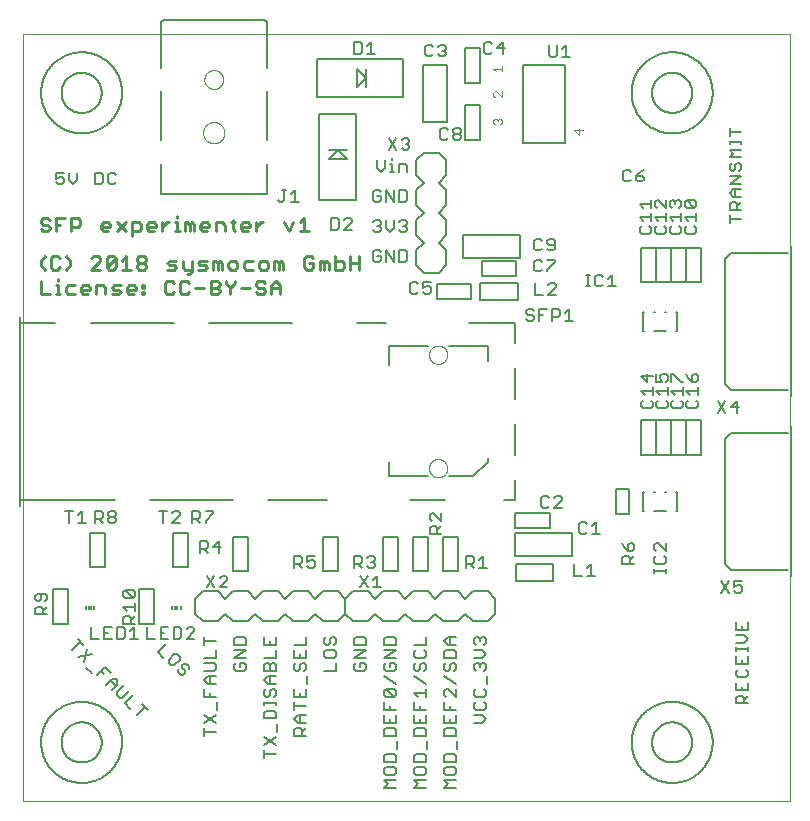
<source format=gto>
From ad2df019cbf723b1d07ead72946830007506c741 Mon Sep 17 00:00:00 2001
From: Harald Welte <laforge@gnumonks.org>
Date: Tue, 21 Aug 2018 19:47:28 +0200
Subject: sfp-{breakout,experimenter}: Commit GERBER exports

---
 .../gerber/sfp-experimenter/sfp-experimenter.GTO   | 5303 ++++++++++++++++++++
 1 file changed, 5303 insertions(+)
 create mode 100644 sfp-breakout/gerber/sfp-experimenter/sfp-experimenter.GTO

(limited to 'sfp-breakout/gerber/sfp-experimenter/sfp-experimenter.GTO')

diff --git a/sfp-breakout/gerber/sfp-experimenter/sfp-experimenter.GTO b/sfp-breakout/gerber/sfp-experimenter/sfp-experimenter.GTO
new file mode 100644
index 0000000..03703a6
--- /dev/null
+++ b/sfp-breakout/gerber/sfp-experimenter/sfp-experimenter.GTO
@@ -0,0 +1,5303 @@
+G75*
+%MOIN*%
+%OFA0B0*%
+%FSLAX25Y25*%
+%IPPOS*%
+%LPD*%
+%AMOC8*
+5,1,8,0,0,1.08239X$1,22.5*
+%
+%ADD10C,0.00000*%
+%ADD11C,0.01000*%
+%ADD12C,0.00800*%
+%ADD13C,0.00500*%
+%ADD14C,0.00600*%
+%ADD15C,0.00787*%
+%ADD16C,0.00400*%
+%ADD17R,0.00591X0.01181*%
+%ADD18R,0.01181X0.01181*%
+D10*
+X0027667Y0001800D02*
+X0027667Y0257706D01*
+X0283573Y0257706D01*
+X0283573Y0001800D01*
+X0027667Y0001800D01*
+X0163160Y0112902D02*
+X0163162Y0113012D01*
+X0163168Y0113122D01*
+X0163178Y0113232D01*
+X0163192Y0113341D01*
+X0163210Y0113450D01*
+X0163231Y0113558D01*
+X0163257Y0113665D01*
+X0163286Y0113771D01*
+X0163320Y0113876D01*
+X0163357Y0113980D01*
+X0163398Y0114082D01*
+X0163442Y0114183D01*
+X0163490Y0114282D01*
+X0163542Y0114380D01*
+X0163597Y0114475D01*
+X0163655Y0114568D01*
+X0163717Y0114659D01*
+X0163782Y0114748D01*
+X0163850Y0114835D01*
+X0163922Y0114919D01*
+X0163996Y0115000D01*
+X0164073Y0115079D01*
+X0164153Y0115155D01*
+X0164236Y0115227D01*
+X0164321Y0115297D01*
+X0164409Y0115364D01*
+X0164499Y0115427D01*
+X0164591Y0115487D01*
+X0164685Y0115544D01*
+X0164782Y0115598D01*
+X0164880Y0115647D01*
+X0164980Y0115694D01*
+X0165082Y0115736D01*
+X0165185Y0115775D01*
+X0165289Y0115810D01*
+X0165395Y0115842D01*
+X0165501Y0115869D01*
+X0165609Y0115893D01*
+X0165717Y0115913D01*
+X0165826Y0115929D01*
+X0165936Y0115941D01*
+X0166046Y0115949D01*
+X0166156Y0115953D01*
+X0166266Y0115953D01*
+X0166376Y0115949D01*
+X0166486Y0115941D01*
+X0166596Y0115929D01*
+X0166705Y0115913D01*
+X0166813Y0115893D01*
+X0166921Y0115869D01*
+X0167027Y0115842D01*
+X0167133Y0115810D01*
+X0167237Y0115775D01*
+X0167340Y0115736D01*
+X0167442Y0115694D01*
+X0167542Y0115647D01*
+X0167640Y0115598D01*
+X0167736Y0115544D01*
+X0167831Y0115487D01*
+X0167923Y0115427D01*
+X0168013Y0115364D01*
+X0168101Y0115297D01*
+X0168186Y0115227D01*
+X0168269Y0115155D01*
+X0168349Y0115079D01*
+X0168426Y0115000D01*
+X0168500Y0114919D01*
+X0168572Y0114835D01*
+X0168640Y0114748D01*
+X0168705Y0114659D01*
+X0168767Y0114568D01*
+X0168825Y0114475D01*
+X0168880Y0114380D01*
+X0168932Y0114282D01*
+X0168980Y0114183D01*
+X0169024Y0114082D01*
+X0169065Y0113980D01*
+X0169102Y0113876D01*
+X0169136Y0113771D01*
+X0169165Y0113665D01*
+X0169191Y0113558D01*
+X0169212Y0113450D01*
+X0169230Y0113341D01*
+X0169244Y0113232D01*
+X0169254Y0113122D01*
+X0169260Y0113012D01*
+X0169262Y0112902D01*
+X0169260Y0112792D01*
+X0169254Y0112682D01*
+X0169244Y0112572D01*
+X0169230Y0112463D01*
+X0169212Y0112354D01*
+X0169191Y0112246D01*
+X0169165Y0112139D01*
+X0169136Y0112033D01*
+X0169102Y0111928D01*
+X0169065Y0111824D01*
+X0169024Y0111722D01*
+X0168980Y0111621D01*
+X0168932Y0111522D01*
+X0168880Y0111424D01*
+X0168825Y0111329D01*
+X0168767Y0111236D01*
+X0168705Y0111145D01*
+X0168640Y0111056D01*
+X0168572Y0110969D01*
+X0168500Y0110885D01*
+X0168426Y0110804D01*
+X0168349Y0110725D01*
+X0168269Y0110649D01*
+X0168186Y0110577D01*
+X0168101Y0110507D01*
+X0168013Y0110440D01*
+X0167923Y0110377D01*
+X0167831Y0110317D01*
+X0167737Y0110260D01*
+X0167640Y0110206D01*
+X0167542Y0110157D01*
+X0167442Y0110110D01*
+X0167340Y0110068D01*
+X0167237Y0110029D01*
+X0167133Y0109994D01*
+X0167027Y0109962D01*
+X0166921Y0109935D01*
+X0166813Y0109911D01*
+X0166705Y0109891D01*
+X0166596Y0109875D01*
+X0166486Y0109863D01*
+X0166376Y0109855D01*
+X0166266Y0109851D01*
+X0166156Y0109851D01*
+X0166046Y0109855D01*
+X0165936Y0109863D01*
+X0165826Y0109875D01*
+X0165717Y0109891D01*
+X0165609Y0109911D01*
+X0165501Y0109935D01*
+X0165395Y0109962D01*
+X0165289Y0109994D01*
+X0165185Y0110029D01*
+X0165082Y0110068D01*
+X0164980Y0110110D01*
+X0164880Y0110157D01*
+X0164782Y0110206D01*
+X0164685Y0110260D01*
+X0164591Y0110317D01*
+X0164499Y0110377D01*
+X0164409Y0110440D01*
+X0164321Y0110507D01*
+X0164236Y0110577D01*
+X0164153Y0110649D01*
+X0164073Y0110725D01*
+X0163996Y0110804D01*
+X0163922Y0110885D01*
+X0163850Y0110969D01*
+X0163782Y0111056D01*
+X0163717Y0111145D01*
+X0163655Y0111236D01*
+X0163597Y0111329D01*
+X0163542Y0111424D01*
+X0163490Y0111522D01*
+X0163442Y0111621D01*
+X0163398Y0111722D01*
+X0163357Y0111824D01*
+X0163320Y0111928D01*
+X0163286Y0112033D01*
+X0163257Y0112139D01*
+X0163231Y0112246D01*
+X0163210Y0112354D01*
+X0163192Y0112463D01*
+X0163178Y0112572D01*
+X0163168Y0112682D01*
+X0163162Y0112792D01*
+X0163160Y0112902D01*
+X0163160Y0150698D02*
+X0163162Y0150808D01*
+X0163168Y0150918D01*
+X0163178Y0151028D01*
+X0163192Y0151137D01*
+X0163210Y0151246D01*
+X0163231Y0151354D01*
+X0163257Y0151461D01*
+X0163286Y0151567D01*
+X0163320Y0151672D01*
+X0163357Y0151776D01*
+X0163398Y0151878D01*
+X0163442Y0151979D01*
+X0163490Y0152078D01*
+X0163542Y0152176D01*
+X0163597Y0152271D01*
+X0163655Y0152364D01*
+X0163717Y0152455D01*
+X0163782Y0152544D01*
+X0163850Y0152631D01*
+X0163922Y0152715D01*
+X0163996Y0152796D01*
+X0164073Y0152875D01*
+X0164153Y0152951D01*
+X0164236Y0153023D01*
+X0164321Y0153093D01*
+X0164409Y0153160D01*
+X0164499Y0153223D01*
+X0164591Y0153283D01*
+X0164685Y0153340D01*
+X0164782Y0153394D01*
+X0164880Y0153443D01*
+X0164980Y0153490D01*
+X0165082Y0153532D01*
+X0165185Y0153571D01*
+X0165289Y0153606D01*
+X0165395Y0153638D01*
+X0165501Y0153665D01*
+X0165609Y0153689D01*
+X0165717Y0153709D01*
+X0165826Y0153725D01*
+X0165936Y0153737D01*
+X0166046Y0153745D01*
+X0166156Y0153749D01*
+X0166266Y0153749D01*
+X0166376Y0153745D01*
+X0166486Y0153737D01*
+X0166596Y0153725D01*
+X0166705Y0153709D01*
+X0166813Y0153689D01*
+X0166921Y0153665D01*
+X0167027Y0153638D01*
+X0167133Y0153606D01*
+X0167237Y0153571D01*
+X0167340Y0153532D01*
+X0167442Y0153490D01*
+X0167542Y0153443D01*
+X0167640Y0153394D01*
+X0167736Y0153340D01*
+X0167831Y0153283D01*
+X0167923Y0153223D01*
+X0168013Y0153160D01*
+X0168101Y0153093D01*
+X0168186Y0153023D01*
+X0168269Y0152951D01*
+X0168349Y0152875D01*
+X0168426Y0152796D01*
+X0168500Y0152715D01*
+X0168572Y0152631D01*
+X0168640Y0152544D01*
+X0168705Y0152455D01*
+X0168767Y0152364D01*
+X0168825Y0152271D01*
+X0168880Y0152176D01*
+X0168932Y0152078D01*
+X0168980Y0151979D01*
+X0169024Y0151878D01*
+X0169065Y0151776D01*
+X0169102Y0151672D01*
+X0169136Y0151567D01*
+X0169165Y0151461D01*
+X0169191Y0151354D01*
+X0169212Y0151246D01*
+X0169230Y0151137D01*
+X0169244Y0151028D01*
+X0169254Y0150918D01*
+X0169260Y0150808D01*
+X0169262Y0150698D01*
+X0169260Y0150588D01*
+X0169254Y0150478D01*
+X0169244Y0150368D01*
+X0169230Y0150259D01*
+X0169212Y0150150D01*
+X0169191Y0150042D01*
+X0169165Y0149935D01*
+X0169136Y0149829D01*
+X0169102Y0149724D01*
+X0169065Y0149620D01*
+X0169024Y0149518D01*
+X0168980Y0149417D01*
+X0168932Y0149318D01*
+X0168880Y0149220D01*
+X0168825Y0149125D01*
+X0168767Y0149032D01*
+X0168705Y0148941D01*
+X0168640Y0148852D01*
+X0168572Y0148765D01*
+X0168500Y0148681D01*
+X0168426Y0148600D01*
+X0168349Y0148521D01*
+X0168269Y0148445D01*
+X0168186Y0148373D01*
+X0168101Y0148303D01*
+X0168013Y0148236D01*
+X0167923Y0148173D01*
+X0167831Y0148113D01*
+X0167737Y0148056D01*
+X0167640Y0148002D01*
+X0167542Y0147953D01*
+X0167442Y0147906D01*
+X0167340Y0147864D01*
+X0167237Y0147825D01*
+X0167133Y0147790D01*
+X0167027Y0147758D01*
+X0166921Y0147731D01*
+X0166813Y0147707D01*
+X0166705Y0147687D01*
+X0166596Y0147671D01*
+X0166486Y0147659D01*
+X0166376Y0147651D01*
+X0166266Y0147647D01*
+X0166156Y0147647D01*
+X0166046Y0147651D01*
+X0165936Y0147659D01*
+X0165826Y0147671D01*
+X0165717Y0147687D01*
+X0165609Y0147707D01*
+X0165501Y0147731D01*
+X0165395Y0147758D01*
+X0165289Y0147790D01*
+X0165185Y0147825D01*
+X0165082Y0147864D01*
+X0164980Y0147906D01*
+X0164880Y0147953D01*
+X0164782Y0148002D01*
+X0164685Y0148056D01*
+X0164591Y0148113D01*
+X0164499Y0148173D01*
+X0164409Y0148236D01*
+X0164321Y0148303D01*
+X0164236Y0148373D01*
+X0164153Y0148445D01*
+X0164073Y0148521D01*
+X0163996Y0148600D01*
+X0163922Y0148681D01*
+X0163850Y0148765D01*
+X0163782Y0148852D01*
+X0163717Y0148941D01*
+X0163655Y0149032D01*
+X0163597Y0149125D01*
+X0163542Y0149220D01*
+X0163490Y0149318D01*
+X0163442Y0149417D01*
+X0163398Y0149518D01*
+X0163357Y0149620D01*
+X0163320Y0149724D01*
+X0163286Y0149829D01*
+X0163257Y0149935D01*
+X0163231Y0150042D01*
+X0163210Y0150150D01*
+X0163192Y0150259D01*
+X0163178Y0150368D01*
+X0163168Y0150478D01*
+X0163162Y0150588D01*
+X0163160Y0150698D01*
+X0087874Y0224713D02*
+X0087876Y0224831D01*
+X0087882Y0224950D01*
+X0087892Y0225068D01*
+X0087906Y0225185D01*
+X0087923Y0225302D01*
+X0087945Y0225419D01*
+X0087971Y0225534D01*
+X0088000Y0225649D01*
+X0088033Y0225763D01*
+X0088070Y0225875D01*
+X0088111Y0225986D01*
+X0088155Y0226096D01*
+X0088203Y0226204D01*
+X0088255Y0226311D01*
+X0088310Y0226416D01*
+X0088369Y0226519D01*
+X0088431Y0226619D01*
+X0088496Y0226718D01*
+X0088565Y0226815D01*
+X0088636Y0226909D01*
+X0088711Y0227000D01*
+X0088789Y0227090D01*
+X0088870Y0227176D01*
+X0088954Y0227260D01*
+X0089040Y0227341D01*
+X0089130Y0227419D01*
+X0089221Y0227494D01*
+X0089315Y0227565D01*
+X0089412Y0227634D01*
+X0089511Y0227699D01*
+X0089611Y0227761D01*
+X0089714Y0227820D01*
+X0089819Y0227875D01*
+X0089926Y0227927D01*
+X0090034Y0227975D01*
+X0090144Y0228019D01*
+X0090255Y0228060D01*
+X0090367Y0228097D01*
+X0090481Y0228130D01*
+X0090596Y0228159D01*
+X0090711Y0228185D01*
+X0090828Y0228207D01*
+X0090945Y0228224D01*
+X0091062Y0228238D01*
+X0091180Y0228248D01*
+X0091299Y0228254D01*
+X0091417Y0228256D01*
+X0091535Y0228254D01*
+X0091654Y0228248D01*
+X0091772Y0228238D01*
+X0091889Y0228224D01*
+X0092006Y0228207D01*
+X0092123Y0228185D01*
+X0092238Y0228159D01*
+X0092353Y0228130D01*
+X0092467Y0228097D01*
+X0092579Y0228060D01*
+X0092690Y0228019D01*
+X0092800Y0227975D01*
+X0092908Y0227927D01*
+X0093015Y0227875D01*
+X0093120Y0227820D01*
+X0093223Y0227761D01*
+X0093323Y0227699D01*
+X0093422Y0227634D01*
+X0093519Y0227565D01*
+X0093613Y0227494D01*
+X0093704Y0227419D01*
+X0093794Y0227341D01*
+X0093880Y0227260D01*
+X0093964Y0227176D01*
+X0094045Y0227090D01*
+X0094123Y0227000D01*
+X0094198Y0226909D01*
+X0094269Y0226815D01*
+X0094338Y0226718D01*
+X0094403Y0226619D01*
+X0094465Y0226519D01*
+X0094524Y0226416D01*
+X0094579Y0226311D01*
+X0094631Y0226204D01*
+X0094679Y0226096D01*
+X0094723Y0225986D01*
+X0094764Y0225875D01*
+X0094801Y0225763D01*
+X0094834Y0225649D01*
+X0094863Y0225534D01*
+X0094889Y0225419D01*
+X0094911Y0225302D01*
+X0094928Y0225185D01*
+X0094942Y0225068D01*
+X0094952Y0224950D01*
+X0094958Y0224831D01*
+X0094960Y0224713D01*
+X0094958Y0224595D01*
+X0094952Y0224476D01*
+X0094942Y0224358D01*
+X0094928Y0224241D01*
+X0094911Y0224124D01*
+X0094889Y0224007D01*
+X0094863Y0223892D01*
+X0094834Y0223777D01*
+X0094801Y0223663D01*
+X0094764Y0223551D01*
+X0094723Y0223440D01*
+X0094679Y0223330D01*
+X0094631Y0223222D01*
+X0094579Y0223115D01*
+X0094524Y0223010D01*
+X0094465Y0222907D01*
+X0094403Y0222807D01*
+X0094338Y0222708D01*
+X0094269Y0222611D01*
+X0094198Y0222517D01*
+X0094123Y0222426D01*
+X0094045Y0222336D01*
+X0093964Y0222250D01*
+X0093880Y0222166D01*
+X0093794Y0222085D01*
+X0093704Y0222007D01*
+X0093613Y0221932D01*
+X0093519Y0221861D01*
+X0093422Y0221792D01*
+X0093323Y0221727D01*
+X0093223Y0221665D01*
+X0093120Y0221606D01*
+X0093015Y0221551D01*
+X0092908Y0221499D01*
+X0092800Y0221451D01*
+X0092690Y0221407D01*
+X0092579Y0221366D01*
+X0092467Y0221329D01*
+X0092353Y0221296D01*
+X0092238Y0221267D01*
+X0092123Y0221241D01*
+X0092006Y0221219D01*
+X0091889Y0221202D01*
+X0091772Y0221188D01*
+X0091654Y0221178D01*
+X0091535Y0221172D01*
+X0091417Y0221170D01*
+X0091299Y0221172D01*
+X0091180Y0221178D01*
+X0091062Y0221188D01*
+X0090945Y0221202D01*
+X0090828Y0221219D01*
+X0090711Y0221241D01*
+X0090596Y0221267D01*
+X0090481Y0221296D01*
+X0090367Y0221329D01*
+X0090255Y0221366D01*
+X0090144Y0221407D01*
+X0090034Y0221451D01*
+X0089926Y0221499D01*
+X0089819Y0221551D01*
+X0089714Y0221606D01*
+X0089611Y0221665D01*
+X0089511Y0221727D01*
+X0089412Y0221792D01*
+X0089315Y0221861D01*
+X0089221Y0221932D01*
+X0089130Y0222007D01*
+X0089040Y0222085D01*
+X0088954Y0222166D01*
+X0088870Y0222250D01*
+X0088789Y0222336D01*
+X0088711Y0222426D01*
+X0088636Y0222517D01*
+X0088565Y0222611D01*
+X0088496Y0222708D01*
+X0088431Y0222807D01*
+X0088369Y0222907D01*
+X0088310Y0223010D01*
+X0088255Y0223115D01*
+X0088203Y0223222D01*
+X0088155Y0223330D01*
+X0088111Y0223440D01*
+X0088070Y0223551D01*
+X0088033Y0223663D01*
+X0088000Y0223777D01*
+X0087971Y0223892D01*
+X0087945Y0224007D01*
+X0087923Y0224124D01*
+X0087906Y0224241D01*
+X0087892Y0224358D01*
+X0087882Y0224476D01*
+X0087876Y0224595D01*
+X0087874Y0224713D01*
+X0088267Y0242430D02*
+X0088269Y0242542D01*
+X0088275Y0242653D01*
+X0088285Y0242765D01*
+X0088299Y0242876D01*
+X0088316Y0242986D01*
+X0088338Y0243096D01*
+X0088364Y0243205D01*
+X0088393Y0243313D01*
+X0088426Y0243419D01*
+X0088463Y0243525D01*
+X0088504Y0243629D01*
+X0088549Y0243732D01*
+X0088597Y0243833D01*
+X0088648Y0243932D01*
+X0088703Y0244029D01*
+X0088762Y0244124D01*
+X0088823Y0244218D01*
+X0088888Y0244309D01*
+X0088957Y0244397D01*
+X0089028Y0244483D01*
+X0089102Y0244567D01*
+X0089180Y0244647D01*
+X0089260Y0244725D01*
+X0089343Y0244801D01*
+X0089428Y0244873D01*
+X0089516Y0244942D01*
+X0089606Y0245008D01*
+X0089699Y0245070D01*
+X0089794Y0245130D01*
+X0089891Y0245186D01*
+X0089989Y0245238D01*
+X0090090Y0245287D01*
+X0090192Y0245332D01*
+X0090296Y0245374D01*
+X0090401Y0245412D01*
+X0090508Y0245446D01*
+X0090615Y0245476D01*
+X0090724Y0245503D01*
+X0090833Y0245525D01*
+X0090944Y0245544D01*
+X0091054Y0245559D01*
+X0091166Y0245570D01*
+X0091277Y0245577D01*
+X0091389Y0245580D01*
+X0091501Y0245579D01*
+X0091613Y0245574D01*
+X0091724Y0245565D01*
+X0091835Y0245552D01*
+X0091946Y0245535D01*
+X0092056Y0245515D01*
+X0092165Y0245490D01*
+X0092273Y0245462D01*
+X0092380Y0245429D01*
+X0092486Y0245393D01*
+X0092590Y0245353D01*
+X0092693Y0245310D01*
+X0092795Y0245263D01*
+X0092894Y0245212D01*
+X0092992Y0245158D01*
+X0093088Y0245100D01*
+X0093182Y0245039D01*
+X0093273Y0244975D01*
+X0093362Y0244908D01*
+X0093449Y0244837D01*
+X0093533Y0244763D01*
+X0093615Y0244687D01*
+X0093693Y0244607D01*
+X0093769Y0244525D01*
+X0093842Y0244440D01*
+X0093912Y0244353D01*
+X0093978Y0244263D01*
+X0094042Y0244171D01*
+X0094102Y0244077D01*
+X0094159Y0243981D01*
+X0094212Y0243882D01*
+X0094262Y0243782D01*
+X0094308Y0243681D01*
+X0094351Y0243577D01*
+X0094390Y0243472D01*
+X0094425Y0243366D01*
+X0094456Y0243259D01*
+X0094484Y0243150D01*
+X0094507Y0243041D01*
+X0094527Y0242931D01*
+X0094543Y0242820D01*
+X0094555Y0242709D01*
+X0094563Y0242598D01*
+X0094567Y0242486D01*
+X0094567Y0242374D01*
+X0094563Y0242262D01*
+X0094555Y0242151D01*
+X0094543Y0242040D01*
+X0094527Y0241929D01*
+X0094507Y0241819D01*
+X0094484Y0241710D01*
+X0094456Y0241601D01*
+X0094425Y0241494D01*
+X0094390Y0241388D01*
+X0094351Y0241283D01*
+X0094308Y0241179D01*
+X0094262Y0241078D01*
+X0094212Y0240978D01*
+X0094159Y0240879D01*
+X0094102Y0240783D01*
+X0094042Y0240689D01*
+X0093978Y0240597D01*
+X0093912Y0240507D01*
+X0093842Y0240420D01*
+X0093769Y0240335D01*
+X0093693Y0240253D01*
+X0093615Y0240173D01*
+X0093533Y0240097D01*
+X0093449Y0240023D01*
+X0093362Y0239952D01*
+X0093273Y0239885D01*
+X0093182Y0239821D01*
+X0093088Y0239760D01*
+X0092992Y0239702D01*
+X0092894Y0239648D01*
+X0092795Y0239597D01*
+X0092693Y0239550D01*
+X0092590Y0239507D01*
+X0092486Y0239467D01*
+X0092380Y0239431D01*
+X0092273Y0239398D01*
+X0092165Y0239370D01*
+X0092056Y0239345D01*
+X0091946Y0239325D01*
+X0091835Y0239308D01*
+X0091724Y0239295D01*
+X0091613Y0239286D01*
+X0091501Y0239281D01*
+X0091389Y0239280D01*
+X0091277Y0239283D01*
+X0091166Y0239290D01*
+X0091054Y0239301D01*
+X0090944Y0239316D01*
+X0090833Y0239335D01*
+X0090724Y0239357D01*
+X0090615Y0239384D01*
+X0090508Y0239414D01*
+X0090401Y0239448D01*
+X0090296Y0239486D01*
+X0090192Y0239528D01*
+X0090090Y0239573D01*
+X0089989Y0239622D01*
+X0089891Y0239674D01*
+X0089794Y0239730D01*
+X0089699Y0239790D01*
+X0089606Y0239852D01*
+X0089516Y0239918D01*
+X0089428Y0239987D01*
+X0089343Y0240059D01*
+X0089260Y0240135D01*
+X0089180Y0240213D01*
+X0089102Y0240293D01*
+X0089028Y0240377D01*
+X0088957Y0240463D01*
+X0088888Y0240551D01*
+X0088823Y0240642D01*
+X0088762Y0240736D01*
+X0088703Y0240831D01*
+X0088648Y0240928D01*
+X0088597Y0241027D01*
+X0088549Y0241128D01*
+X0088504Y0241231D01*
+X0088463Y0241335D01*
+X0088426Y0241441D01*
+X0088393Y0241547D01*
+X0088364Y0241655D01*
+X0088338Y0241764D01*
+X0088316Y0241874D01*
+X0088299Y0241984D01*
+X0088285Y0242095D01*
+X0088275Y0242207D01*
+X0088269Y0242318D01*
+X0088267Y0242430D01*
+X0283917Y0186800D02*
+X0283917Y0136800D01*
+X0283917Y0126800D02*
+X0283917Y0076800D01*
+D11*
+X0139873Y0179068D02*
+X0139873Y0183583D01*
+X0139873Y0181326D02*
+X0136863Y0181326D01*
+X0134798Y0181326D02*
+X0134046Y0182078D01*
+X0131788Y0182078D01*
+X0131788Y0183583D02*
+X0131788Y0179068D01*
+X0134046Y0179068D01*
+X0134798Y0179820D01*
+X0134798Y0181326D01*
+X0136863Y0179068D02*
+X0136863Y0183583D01*
+X0129723Y0181326D02*
+X0129723Y0179068D01*
+X0128218Y0179068D02*
+X0128218Y0181326D01*
+X0128970Y0182078D01*
+X0129723Y0181326D01*
+X0128218Y0181326D02*
+X0127465Y0182078D01*
+X0126713Y0182078D01*
+X0126713Y0179068D01*
+X0124648Y0179820D02*
+X0124648Y0181326D01*
+X0123143Y0181326D01*
+X0124648Y0182831D02*
+X0123895Y0183583D01*
+X0122390Y0183583D01*
+X0121637Y0182831D01*
+X0121637Y0179820D01*
+X0122390Y0179068D01*
+X0123895Y0179068D01*
+X0124648Y0179820D01*
+X0114497Y0179068D02*
+X0114497Y0181326D01*
+X0113745Y0182078D01*
+X0112992Y0181326D01*
+X0112992Y0179068D01*
+X0111487Y0179068D02*
+X0111487Y0182078D01*
+X0112240Y0182078D01*
+X0112992Y0181326D01*
+X0109422Y0181326D02*
+X0108670Y0182078D01*
+X0107164Y0182078D01*
+X0106412Y0181326D01*
+X0106412Y0179820D01*
+X0107164Y0179068D01*
+X0108670Y0179068D01*
+X0109422Y0179820D01*
+X0109422Y0181326D01*
+X0104347Y0182078D02*
+X0102089Y0182078D01*
+X0101337Y0181326D01*
+X0101337Y0179820D01*
+X0102089Y0179068D01*
+X0104347Y0179068D01*
+X0106319Y0175316D02*
+X0105566Y0174563D01*
+X0105566Y0173810D01*
+X0106319Y0173058D01*
+X0107824Y0173058D01*
+X0108576Y0172305D01*
+X0108576Y0171553D01*
+X0107824Y0170800D01*
+X0106319Y0170800D01*
+X0105566Y0171553D01*
+X0103501Y0173058D02*
+X0100491Y0173058D01*
+X0098426Y0174563D02*
+X0098426Y0175316D01*
+X0098426Y0174563D02*
+X0096921Y0173058D01*
+X0096921Y0170800D01*
+X0096921Y0173058D02*
+X0095416Y0174563D01*
+X0095416Y0175316D01*
+X0093351Y0174563D02*
+X0093351Y0173810D01*
+X0092598Y0173058D01*
+X0090340Y0173058D01*
+X0088276Y0173058D02*
+X0085265Y0173058D01*
+X0083200Y0174563D02*
+X0082448Y0175316D01*
+X0080943Y0175316D01*
+X0080190Y0174563D01*
+X0080190Y0171553D01*
+X0080943Y0170800D01*
+X0082448Y0170800D01*
+X0083200Y0171553D01*
+X0078125Y0171553D02*
+X0077373Y0170800D01*
+X0075867Y0170800D01*
+X0075115Y0171553D01*
+X0075115Y0174563D01*
+X0075867Y0175316D01*
+X0077373Y0175316D01*
+X0078125Y0174563D01*
+X0078218Y0179068D02*
+X0075961Y0179068D01*
+X0076713Y0180573D02*
+X0075961Y0181326D01*
+X0076713Y0182078D01*
+X0078971Y0182078D01*
+X0078218Y0180573D02*
+X0076713Y0180573D01*
+X0078218Y0180573D02*
+X0078971Y0179820D01*
+X0078218Y0179068D01*
+X0081036Y0179820D02*
+X0081788Y0179068D01*
+X0084046Y0179068D01*
+X0084046Y0178315D02*
+X0083294Y0177562D01*
+X0082541Y0177562D01*
+X0084046Y0178315D02*
+X0084046Y0182078D01*
+X0086111Y0181326D02*
+X0086864Y0182078D01*
+X0089121Y0182078D01*
+X0088369Y0180573D02*
+X0086864Y0180573D01*
+X0086111Y0181326D01*
+X0086111Y0179068D02*
+X0088369Y0179068D01*
+X0089121Y0179820D01*
+X0088369Y0180573D01*
+X0091186Y0179068D02*
+X0091186Y0182078D01*
+X0091939Y0182078D01*
+X0092691Y0181326D01*
+X0093444Y0182078D01*
+X0094197Y0181326D01*
+X0094197Y0179068D01*
+X0092691Y0179068D02*
+X0092691Y0181326D01*
+X0096261Y0181326D02*
+X0096261Y0179820D01*
+X0097014Y0179068D01*
+X0098519Y0179068D01*
+X0099272Y0179820D01*
+X0099272Y0181326D01*
+X0098519Y0182078D01*
+X0097014Y0182078D01*
+X0096261Y0181326D01*
+X0092598Y0175316D02*
+X0093351Y0174563D01*
+X0092598Y0175316D02*
+X0090340Y0175316D01*
+X0090340Y0170800D01*
+X0092598Y0170800D01*
+X0093351Y0171553D01*
+X0093351Y0172305D01*
+X0092598Y0173058D01*
+X0081036Y0179820D02*
+X0081036Y0182078D01*
+X0081882Y0191800D02*
+X0081882Y0194810D01*
+X0082634Y0194810D01*
+X0083387Y0194058D01*
+X0084140Y0194810D01*
+X0084892Y0194058D01*
+X0084892Y0191800D01*
+X0083387Y0191800D02*
+X0083387Y0194058D01*
+X0086957Y0194058D02*
+X0086957Y0192553D01*
+X0087709Y0191800D01*
+X0089215Y0191800D01*
+X0089967Y0193305D02*
+X0086957Y0193305D01*
+X0086957Y0194058D02*
+X0087709Y0194810D01*
+X0089215Y0194810D01*
+X0089967Y0194058D01*
+X0089967Y0193305D01*
+X0092032Y0191800D02*
+X0092032Y0194810D01*
+X0094290Y0194810D01*
+X0095043Y0194058D01*
+X0095043Y0191800D01*
+X0097860Y0192553D02*
+X0098612Y0191800D01*
+X0097860Y0192553D02*
+X0097860Y0195563D01*
+X0097107Y0194810D02*
+X0098612Y0194810D01*
+X0100491Y0194058D02*
+X0100491Y0192553D01*
+X0101243Y0191800D01*
+X0102749Y0191800D01*
+X0103501Y0193305D02*
+X0100491Y0193305D01*
+X0100491Y0194058D02*
+X0101243Y0194810D01*
+X0102749Y0194810D01*
+X0103501Y0194058D01*
+X0103501Y0193305D01*
+X0105566Y0193305D02*
+X0107071Y0194810D01*
+X0107824Y0194810D01*
+X0105566Y0194810D02*
+X0105566Y0191800D01*
+X0114917Y0194810D02*
+X0116423Y0191800D01*
+X0117928Y0194810D01*
+X0119993Y0194810D02*
+X0121498Y0196316D01*
+X0121498Y0191800D01*
+X0119993Y0191800D02*
+X0123003Y0191800D01*
+X0112146Y0175316D02*
+X0113652Y0173810D01*
+X0113652Y0170800D01*
+X0113652Y0173058D02*
+X0110641Y0173058D01*
+X0110641Y0173810D02*
+X0110641Y0170800D01*
+X0110641Y0173810D02*
+X0112146Y0175316D01*
+X0108576Y0174563D02*
+X0107824Y0175316D01*
+X0106319Y0175316D01*
+X0080003Y0191800D02*
+X0078498Y0191800D01*
+X0079251Y0191800D02*
+X0079251Y0194810D01*
+X0078498Y0194810D01*
+X0079251Y0196316D02*
+X0079251Y0197068D01*
+X0076527Y0194810D02*
+X0075774Y0194810D01*
+X0074269Y0193305D01*
+X0074269Y0191800D02*
+X0074269Y0194810D01*
+X0072204Y0194058D02*
+X0072204Y0193305D01*
+X0069194Y0193305D01*
+X0069194Y0192553D02*
+X0069194Y0194058D01*
+X0069946Y0194810D01*
+X0071452Y0194810D01*
+X0072204Y0194058D01*
+X0071452Y0191800D02*
+X0069946Y0191800D01*
+X0069194Y0192553D01*
+X0067129Y0192553D02*
+X0067129Y0194058D01*
+X0066376Y0194810D01*
+X0064119Y0194810D01*
+X0064119Y0190295D01*
+X0064119Y0191800D02*
+X0066376Y0191800D01*
+X0067129Y0192553D01*
+X0062054Y0191800D02*
+X0059043Y0194810D01*
+X0056979Y0194058D02*
+X0056979Y0193305D01*
+X0053968Y0193305D01*
+X0053968Y0192553D02*
+X0053968Y0194058D01*
+X0054721Y0194810D01*
+X0056226Y0194810D01*
+X0056979Y0194058D01*
+X0056226Y0191800D02*
+X0054721Y0191800D01*
+X0053968Y0192553D01*
+X0059043Y0191800D02*
+X0062054Y0194810D01*
+X0062240Y0183583D02*
+X0060735Y0182078D01*
+X0062240Y0183583D02*
+X0062240Y0179068D01*
+X0060735Y0179068D02*
+X0063745Y0179068D01*
+X0065810Y0179820D02*
+X0065810Y0180573D01*
+X0066563Y0181326D01*
+X0068068Y0181326D01*
+X0068821Y0180573D01*
+X0068821Y0179820D01*
+X0068068Y0179068D01*
+X0066563Y0179068D01*
+X0065810Y0179820D01*
+X0066563Y0181326D02*
+X0065810Y0182078D01*
+X0065810Y0182831D01*
+X0066563Y0183583D01*
+X0068068Y0183583D01*
+X0068821Y0182831D01*
+X0068821Y0182078D01*
+X0068068Y0181326D01*
+X0068255Y0173810D02*
+X0067502Y0173810D01*
+X0067502Y0173058D01*
+X0068255Y0173058D01*
+X0068255Y0173810D01*
+X0068255Y0171553D02*
+X0067502Y0171553D01*
+X0067502Y0170800D01*
+X0068255Y0170800D01*
+X0068255Y0171553D01*
+X0065437Y0172305D02*
+X0062427Y0172305D01*
+X0062427Y0171553D02*
+X0062427Y0173058D01*
+X0063179Y0173810D01*
+X0064685Y0173810D01*
+X0065437Y0173058D01*
+X0065437Y0172305D01*
+X0064685Y0170800D02*
+X0063179Y0170800D01*
+X0062427Y0171553D01*
+X0060362Y0171553D02*
+X0059609Y0170800D01*
+X0057352Y0170800D01*
+X0058104Y0172305D02*
+X0057352Y0173058D01*
+X0058104Y0173810D01*
+X0060362Y0173810D01*
+X0059609Y0172305D02*
+X0058104Y0172305D01*
+X0059609Y0172305D02*
+X0060362Y0171553D01*
+X0055287Y0170800D02*
+X0055287Y0173058D01*
+X0054534Y0173810D01*
+X0052276Y0173810D01*
+X0052276Y0170800D01*
+X0050212Y0172305D02*
+X0047201Y0172305D01*
+X0047201Y0171553D02*
+X0047201Y0173058D01*
+X0047954Y0173810D01*
+X0049459Y0173810D01*
+X0050212Y0173058D01*
+X0050212Y0172305D01*
+X0049459Y0170800D02*
+X0047954Y0170800D01*
+X0047201Y0171553D01*
+X0045136Y0170800D02*
+X0042879Y0170800D01*
+X0042126Y0171553D01*
+X0042126Y0173058D01*
+X0042879Y0173810D01*
+X0045136Y0173810D01*
+X0039495Y0173810D02*
+X0039495Y0170800D01*
+X0038743Y0170800D02*
+X0040248Y0170800D01*
+X0036678Y0170800D02*
+X0033667Y0170800D01*
+X0033667Y0175316D01*
+X0035173Y0179068D02*
+X0033667Y0180573D01*
+X0033667Y0182078D01*
+X0035173Y0183583D01*
+X0037051Y0182831D02*
+X0037051Y0179820D01*
+X0037803Y0179068D01*
+X0039309Y0179068D01*
+X0040061Y0179820D01*
+X0042126Y0179068D02*
+X0043631Y0180573D01*
+X0043631Y0182078D01*
+X0042126Y0183583D01*
+X0040061Y0182831D02*
+X0039309Y0183583D01*
+X0037803Y0183583D01*
+X0037051Y0182831D01*
+X0039495Y0176068D02*
+X0039495Y0175316D01*
+X0039495Y0173810D02*
+X0038743Y0173810D01*
+X0050585Y0179068D02*
+X0053595Y0182078D01*
+X0053595Y0182831D01*
+X0052842Y0183583D01*
+X0051337Y0183583D01*
+X0050585Y0182831D01*
+X0050585Y0179068D02*
+X0053595Y0179068D01*
+X0055660Y0179820D02*
+X0058670Y0182831D01*
+X0058670Y0179820D01*
+X0057918Y0179068D01*
+X0056412Y0179068D01*
+X0055660Y0179820D01*
+X0055660Y0182831D01*
+X0056412Y0183583D01*
+X0057918Y0183583D01*
+X0058670Y0182831D01*
+X0046828Y0194058D02*
+X0046076Y0193305D01*
+X0043818Y0193305D01*
+X0043818Y0191800D02*
+X0043818Y0196316D01*
+X0046076Y0196316D01*
+X0046828Y0195563D01*
+X0046828Y0194058D01*
+X0041753Y0196316D02*
+X0038743Y0196316D01*
+X0038743Y0191800D01*
+X0036678Y0192553D02*
+X0036678Y0193305D01*
+X0035925Y0194058D01*
+X0034420Y0194058D01*
+X0033667Y0194810D01*
+X0033667Y0195563D01*
+X0034420Y0196316D01*
+X0035925Y0196316D01*
+X0036678Y0195563D01*
+X0038743Y0194058D02*
+X0040248Y0194058D01*
+X0036678Y0192553D02*
+X0035925Y0191800D01*
+X0034420Y0191800D01*
+X0033667Y0192553D01*
+D12*
+X0039471Y0207476D02*
+X0038816Y0208130D01*
+X0039471Y0207476D02*
+X0040780Y0207476D01*
+X0041435Y0208130D01*
+X0041435Y0209439D01*
+X0040780Y0210094D01*
+X0040126Y0210094D01*
+X0038816Y0209439D01*
+X0038816Y0211403D01*
+X0041435Y0211403D01*
+X0043167Y0211403D02*
+X0043167Y0208785D01*
+X0044476Y0207476D01*
+X0045785Y0208785D01*
+X0045785Y0211403D01*
+X0051867Y0211403D02*
+X0051867Y0207476D01*
+X0053831Y0207476D01*
+X0054485Y0208130D01*
+X0054485Y0210749D01*
+X0053831Y0211403D01*
+X0051867Y0211403D01*
+X0056217Y0210749D02*
+X0056217Y0208130D01*
+X0056872Y0207476D01*
+X0058181Y0207476D01*
+X0058836Y0208130D01*
+X0058836Y0210749D02*
+X0058181Y0211403D01*
+X0056872Y0211403D01*
+X0056217Y0210749D01*
+X0112928Y0202296D02*
+X0113583Y0201641D01*
+X0114237Y0201641D01*
+X0114892Y0202296D01*
+X0114892Y0205569D01*
+X0114237Y0205569D02*
+X0115547Y0205569D01*
+X0117278Y0204260D02*
+X0118588Y0205569D01*
+X0118588Y0201641D01*
+X0119897Y0201641D02*
+X0117278Y0201641D01*
+X0126368Y0202401D02*
+X0126368Y0231092D01*
+X0128156Y0231092D01*
+X0138967Y0231092D01*
+X0138967Y0202401D01*
+X0126368Y0202401D01*
+X0130567Y0196128D02*
+X0132531Y0196128D01*
+X0133186Y0195473D01*
+X0133186Y0192855D01*
+X0132531Y0192200D01*
+X0130567Y0192200D01*
+X0130567Y0196128D01*
+X0134917Y0195473D02*
+X0135572Y0196128D01*
+X0136881Y0196128D01*
+X0137536Y0195473D01*
+X0137536Y0194819D01*
+X0134917Y0192200D01*
+X0137536Y0192200D01*
+X0144517Y0192380D02*
+X0145171Y0191726D01*
+X0146481Y0191726D01*
+X0147135Y0192380D01*
+X0147135Y0193035D01*
+X0146481Y0193689D01*
+X0145826Y0193689D01*
+X0146481Y0193689D02*
+X0147135Y0194344D01*
+X0147135Y0194999D01*
+X0146481Y0195653D01*
+X0145171Y0195653D01*
+X0144517Y0194999D01*
+X0148867Y0195653D02*
+X0148867Y0193035D01*
+X0150176Y0191726D01*
+X0151485Y0193035D01*
+X0151485Y0195653D01*
+X0153217Y0194999D02*
+X0153872Y0195653D01*
+X0155181Y0195653D01*
+X0155836Y0194999D01*
+X0155836Y0194344D01*
+X0155181Y0193689D01*
+X0155836Y0193035D01*
+X0155836Y0192380D01*
+X0155181Y0191726D01*
+X0153872Y0191726D01*
+X0153217Y0192380D01*
+X0154526Y0193689D02*
+X0155181Y0193689D01*
+X0158917Y0195550D02*
+X0158917Y0190550D01*
+X0161417Y0188050D01*
+X0158917Y0185550D01*
+X0158917Y0180550D01*
+X0161417Y0178050D01*
+X0166417Y0178050D01*
+X0168917Y0180550D01*
+X0168917Y0185550D01*
+X0166417Y0188050D01*
+X0168917Y0190550D01*
+X0168917Y0195550D01*
+X0166417Y0198050D01*
+X0168917Y0200550D01*
+X0168917Y0205550D01*
+X0166417Y0208050D01*
+X0168917Y0210550D01*
+X0168917Y0215550D01*
+X0166417Y0218050D01*
+X0161417Y0218050D01*
+X0158917Y0215550D01*
+X0158917Y0210550D01*
+X0161417Y0208050D01*
+X0158917Y0205550D01*
+X0158917Y0200550D01*
+X0161417Y0198050D01*
+X0158917Y0195550D01*
+X0155181Y0201726D02*
+X0153217Y0201726D01*
+X0153217Y0205653D01*
+X0155181Y0205653D01*
+X0155836Y0204999D01*
+X0155836Y0202380D01*
+X0155181Y0201726D01*
+X0151485Y0201726D02*
+X0151485Y0205653D01*
+X0148867Y0205653D02*
+X0151485Y0201726D01*
+X0148867Y0201726D02*
+X0148867Y0205653D01*
+X0147135Y0204999D02*
+X0146481Y0205653D01*
+X0145171Y0205653D01*
+X0144517Y0204999D01*
+X0144517Y0202380D01*
+X0145171Y0201726D01*
+X0146481Y0201726D01*
+X0147135Y0202380D01*
+X0147135Y0203689D01*
+X0145826Y0203689D01*
+X0147276Y0211726D02*
+X0148585Y0213035D01*
+X0148585Y0215653D01*
+X0150317Y0214344D02*
+X0150972Y0214344D01*
+X0150972Y0211726D01*
+X0151626Y0211726D02*
+X0150317Y0211726D01*
+X0153217Y0211726D02*
+X0153217Y0214344D01*
+X0155181Y0214344D01*
+X0155836Y0213689D01*
+X0155836Y0211726D01*
+X0150972Y0215653D02*
+X0150972Y0216308D01*
+X0149667Y0219026D02*
+X0152285Y0222953D01*
+X0154017Y0222299D02*
+X0154672Y0222953D01*
+X0155981Y0222953D01*
+X0156636Y0222299D01*
+X0156636Y0221644D01*
+X0155981Y0220989D01*
+X0156636Y0220335D01*
+X0156636Y0219680D01*
+X0155981Y0219026D01*
+X0154672Y0219026D01*
+X0154017Y0219680D01*
+X0152285Y0219026D02*
+X0149667Y0222953D01*
+X0155326Y0220989D02*
+X0155981Y0220989D01*
+X0161230Y0228286D02*
+X0169104Y0228286D01*
+X0169104Y0247184D01*
+X0161230Y0247184D01*
+X0161230Y0228286D01*
+X0166817Y0225473D02*
+X0166817Y0222855D01*
+X0167472Y0222200D01*
+X0168781Y0222200D01*
+X0169436Y0222855D01*
+X0171167Y0222855D02*
+X0171822Y0222200D01*
+X0173131Y0222200D01*
+X0173786Y0222855D01*
+X0173786Y0223509D01*
+X0173131Y0224164D01*
+X0171822Y0224164D01*
+X0171167Y0224819D01*
+X0171167Y0225473D01*
+X0171822Y0226128D01*
+X0173131Y0226128D01*
+X0173786Y0225473D01*
+X0173786Y0224819D01*
+X0173131Y0224164D01*
+X0171822Y0224164D02*
+X0171167Y0223509D01*
+X0171167Y0222855D01*
+X0169436Y0225473D02*
+X0168781Y0226128D01*
+X0167472Y0226128D01*
+X0166817Y0225473D01*
+X0175167Y0222300D02*
+X0175167Y0233800D01*
+X0180167Y0233800D01*
+X0180167Y0222300D01*
+X0175167Y0222300D01*
+X0194417Y0221400D02*
+X0194417Y0247200D01*
+X0208417Y0247200D01*
+X0208417Y0221400D01*
+X0194417Y0221400D01*
+X0180167Y0241365D02*
+X0175167Y0241365D01*
+X0175167Y0252865D01*
+X0180167Y0252865D01*
+X0180167Y0241365D01*
+X0182157Y0250950D02*
+X0183466Y0250950D01*
+X0184121Y0251605D01*
+X0182157Y0250950D02*
+X0181502Y0251605D01*
+X0181502Y0254223D01*
+X0182157Y0254878D01*
+X0183466Y0254878D01*
+X0184121Y0254223D01*
+X0185853Y0252914D02*
+X0188471Y0252914D01*
+X0187816Y0254878D02*
+X0185853Y0252914D01*
+X0187816Y0250950D02*
+X0187816Y0254878D01*
+X0203067Y0253828D02*
+X0203067Y0250555D01*
+X0203722Y0249900D01*
+X0205031Y0249900D01*
+X0205686Y0250555D01*
+X0205686Y0253828D01*
+X0207417Y0252519D02*
+X0208727Y0253828D01*
+X0208727Y0249900D01*
+X0210036Y0249900D02*
+X0207417Y0249900D01*
+X0168786Y0250790D02*
+X0168131Y0250135D01*
+X0166822Y0250135D01*
+X0166167Y0250790D01*
+X0164436Y0250790D02*
+X0163781Y0250135D01*
+X0162472Y0250135D01*
+X0161817Y0250790D01*
+X0161817Y0253408D01*
+X0162472Y0254063D01*
+X0163781Y0254063D01*
+X0164436Y0253408D01*
+X0166167Y0253408D02*
+X0166822Y0254063D01*
+X0168131Y0254063D01*
+X0168786Y0253408D01*
+X0168786Y0252754D01*
+X0168131Y0252099D01*
+X0168786Y0251444D01*
+X0168786Y0250790D01*
+X0168131Y0252099D02*
+X0167477Y0252099D01*
+X0154460Y0249349D02*
+X0154460Y0247562D01*
+X0154460Y0236751D01*
+X0125769Y0236751D01*
+X0125769Y0249349D01*
+X0154460Y0249349D01*
+X0145036Y0250950D02*
+X0142417Y0250950D01*
+X0143727Y0250950D02*
+X0143727Y0254878D01*
+X0142417Y0253569D01*
+X0140686Y0254223D02*
+X0140686Y0251605D01*
+X0140031Y0250950D01*
+X0138067Y0250950D01*
+X0138067Y0254878D01*
+X0140031Y0254878D01*
+X0140686Y0254223D01*
+X0142167Y0246050D02*
+X0142167Y0243050D01*
+X0142167Y0240050D01*
+X0142167Y0243050D02*
+X0139167Y0240050D01*
+X0139167Y0246050D01*
+X0142167Y0243050D01*
+X0135667Y0218800D02*
+X0132667Y0218800D01*
+X0129667Y0218800D01*
+X0129667Y0215800D02*
+X0132667Y0218800D01*
+X0135667Y0215800D01*
+X0129667Y0215800D01*
+X0145967Y0215653D02*
+X0145967Y0213035D01*
+X0147276Y0211726D01*
+X0174469Y0190737D02*
+X0174469Y0182863D01*
+X0193366Y0182863D01*
+X0193366Y0190737D01*
+X0174469Y0190737D01*
+X0180667Y0181800D02*
+X0192167Y0181800D01*
+X0192167Y0176800D01*
+X0180667Y0176800D01*
+X0180667Y0181800D01*
+X0180118Y0174556D02*
+X0192717Y0174556D01*
+X0192717Y0169044D01*
+X0180118Y0169044D01*
+X0180118Y0174556D01*
+X0177167Y0174300D02*
+X0177167Y0169300D01*
+X0165667Y0169300D01*
+X0165667Y0174300D01*
+X0177167Y0174300D01*
+X0163786Y0174878D02*
+X0161167Y0174878D01*
+X0161167Y0172914D01*
+X0162477Y0173569D01*
+X0163131Y0173569D01*
+X0163786Y0172914D01*
+X0163786Y0171605D01*
+X0163131Y0170950D01*
+X0161822Y0170950D01*
+X0161167Y0171605D01*
+X0159436Y0171605D02*
+X0158781Y0170950D01*
+X0157472Y0170950D01*
+X0156817Y0171605D01*
+X0156817Y0174223D01*
+X0157472Y0174878D01*
+X0158781Y0174878D01*
+X0159436Y0174223D01*
+X0155181Y0181726D02*
+X0153217Y0181726D01*
+X0153217Y0185653D01*
+X0155181Y0185653D01*
+X0155836Y0184999D01*
+X0155836Y0182380D01*
+X0155181Y0181726D01*
+X0151485Y0181726D02*
+X0151485Y0185653D01*
+X0148867Y0185653D02*
+X0151485Y0181726D01*
+X0148867Y0181726D02*
+X0148867Y0185653D01*
+X0147135Y0184999D02*
+X0146481Y0185653D01*
+X0145171Y0185653D01*
+X0144517Y0184999D01*
+X0144517Y0182380D01*
+X0145171Y0181726D01*
+X0146481Y0181726D01*
+X0147135Y0182380D01*
+X0147135Y0183689D01*
+X0145826Y0183689D01*
+X0195538Y0165188D02*
+X0195538Y0164533D01*
+X0196192Y0163878D01*
+X0197502Y0163878D01*
+X0198156Y0163224D01*
+X0198156Y0162569D01*
+X0197502Y0161915D01*
+X0196192Y0161915D01*
+X0195538Y0162569D01*
+X0195538Y0165188D02*
+X0196192Y0165842D01*
+X0197502Y0165842D01*
+X0198156Y0165188D01*
+X0199888Y0165842D02*
+X0199888Y0161915D01*
+X0199888Y0163878D02*
+X0201197Y0163878D01*
+X0199888Y0165842D02*
+X0202506Y0165842D01*
+X0204238Y0165842D02*
+X0206202Y0165842D01*
+X0206857Y0165188D01*
+X0206857Y0163878D01*
+X0206202Y0163224D01*
+X0204238Y0163224D01*
+X0204238Y0161915D02*
+X0204238Y0165842D01*
+X0208588Y0164533D02*
+X0209898Y0165842D01*
+X0209898Y0161915D01*
+X0211207Y0161915D02*
+X0208588Y0161915D01*
+X0205380Y0170743D02*
+X0202762Y0170743D01*
+X0205380Y0173362D01*
+X0205380Y0174016D01*
+X0204726Y0174671D01*
+X0203417Y0174671D01*
+X0202762Y0174016D01*
+X0198412Y0174671D02*
+X0198412Y0170743D01*
+X0201030Y0170743D01*
+X0200031Y0178450D02*
+X0198722Y0178450D01*
+X0198067Y0179105D01*
+X0198067Y0181723D01*
+X0198722Y0182378D01*
+X0200031Y0182378D01*
+X0200686Y0181723D01*
+X0202417Y0182378D02*
+X0205036Y0182378D01*
+X0205036Y0181723D01*
+X0202417Y0179105D01*
+X0202417Y0178450D01*
+X0200686Y0179105D02*
+X0200031Y0178450D01*
+X0200031Y0185450D02*
+X0198722Y0185450D01*
+X0198067Y0186105D01*
+X0198067Y0188723D01*
+X0198722Y0189378D01*
+X0200031Y0189378D01*
+X0200686Y0188723D01*
+X0202417Y0188723D02*
+X0202417Y0188069D01*
+X0203072Y0187414D01*
+X0205036Y0187414D01*
+X0205036Y0188723D02*
+X0204381Y0189378D01*
+X0203072Y0189378D01*
+X0202417Y0188723D01*
+X0202417Y0186105D02*
+X0203072Y0185450D01*
+X0204381Y0185450D01*
+X0205036Y0186105D01*
+X0205036Y0188723D01*
+X0200686Y0186105D02*
+X0200031Y0185450D01*
+X0215567Y0177378D02*
+X0216877Y0177378D01*
+X0216222Y0177378D02*
+X0216222Y0173450D01*
+X0215567Y0173450D02*
+X0216877Y0173450D01*
+X0218467Y0174105D02*
+X0219122Y0173450D01*
+X0220431Y0173450D01*
+X0221086Y0174105D01*
+X0222818Y0173450D02*
+X0225436Y0173450D01*
+X0224127Y0173450D02*
+X0224127Y0177378D01*
+X0222818Y0176069D01*
+X0221086Y0176723D02*
+X0220431Y0177378D01*
+X0219122Y0177378D01*
+X0218467Y0176723D01*
+X0218467Y0174105D01*
+X0233917Y0174800D02*
+X0238917Y0174800D01*
+X0243917Y0174800D01*
+X0248917Y0174800D01*
+X0248917Y0186300D01*
+X0243917Y0186300D01*
+X0243917Y0174800D01*
+X0243917Y0186300D01*
+X0238917Y0186300D01*
+X0238917Y0174800D01*
+X0238917Y0186300D01*
+X0233917Y0186300D01*
+X0233917Y0174800D01*
+X0248917Y0174800D02*
+X0253917Y0174800D01*
+X0253917Y0186300D01*
+X0248917Y0186300D01*
+X0248917Y0174800D01*
+X0248994Y0190950D02*
+X0251613Y0190950D01*
+X0252267Y0191605D01*
+X0252267Y0192914D01*
+X0251613Y0193569D01*
+X0252267Y0195300D02*
+X0252267Y0197919D01*
+X0252267Y0196609D02*
+X0248340Y0196609D01*
+X0249649Y0195300D01*
+X0248994Y0193569D02*
+X0248340Y0192914D01*
+X0248340Y0191605D01*
+X0248994Y0190950D01*
+X0247267Y0191605D02*
+X0247267Y0192914D01*
+X0246613Y0193569D01*
+X0247267Y0195300D02*
+X0247267Y0197919D01*
+X0247267Y0196609D02*
+X0243340Y0196609D01*
+X0244649Y0195300D01*
+X0243994Y0193569D02*
+X0243340Y0192914D01*
+X0243340Y0191605D01*
+X0243994Y0190950D01*
+X0246613Y0190950D01*
+X0247267Y0191605D01*
+X0242267Y0191605D02*
+X0242267Y0192914D01*
+X0241613Y0193569D01*
+X0242267Y0195300D02*
+X0242267Y0197919D01*
+X0242267Y0196609D02*
+X0238340Y0196609D01*
+X0239649Y0195300D01*
+X0238994Y0193569D02*
+X0238340Y0192914D01*
+X0238340Y0191605D01*
+X0238994Y0190950D01*
+X0241613Y0190950D01*
+X0242267Y0191605D01*
+X0237267Y0191605D02*
+X0237267Y0192914D01*
+X0236613Y0193569D01*
+X0237267Y0195300D02*
+X0237267Y0197919D01*
+X0237267Y0196609D02*
+X0233340Y0196609D01*
+X0234649Y0195300D01*
+X0233994Y0193569D02*
+X0233340Y0192914D01*
+X0233340Y0191605D01*
+X0233994Y0190950D01*
+X0236613Y0190950D01*
+X0237267Y0191605D01*
+X0237267Y0199650D02*
+X0237267Y0202269D01*
+X0238340Y0201614D02*
+X0238340Y0200305D01*
+X0238994Y0199650D01*
+X0238340Y0201614D02*
+X0238994Y0202269D01*
+X0239649Y0202269D01*
+X0242267Y0199650D01*
+X0242267Y0202269D01*
+X0243340Y0201614D02*
+X0243994Y0202269D01*
+X0244649Y0202269D01*
+X0245303Y0201614D01*
+X0245958Y0202269D01*
+X0246613Y0202269D01*
+X0247267Y0201614D01*
+X0247267Y0200305D01*
+X0246613Y0199650D01*
+X0248340Y0200305D02*
+X0248340Y0201614D01*
+X0248994Y0202269D01*
+X0251613Y0199650D01*
+X0252267Y0200305D01*
+X0252267Y0201614D01*
+X0251613Y0202269D01*
+X0248994Y0202269D01*
+X0248340Y0200305D02*
+X0248994Y0199650D01*
+X0251613Y0199650D01*
+X0245303Y0200960D02*
+X0245303Y0201614D01*
+X0243340Y0201614D02*
+X0243340Y0200305D01*
+X0243994Y0199650D01*
+X0237267Y0200960D02*
+X0233340Y0200960D01*
+X0234649Y0199650D01*
+X0234066Y0208450D02*
+X0234721Y0209105D01*
+X0234721Y0209759D01*
+X0234066Y0210414D01*
+X0232103Y0210414D01*
+X0232103Y0209105D01*
+X0232757Y0208450D01*
+X0234066Y0208450D01*
+X0232103Y0210414D02*
+X0233412Y0211723D01*
+X0234721Y0212378D01*
+X0230371Y0211723D02*
+X0229716Y0212378D01*
+X0228407Y0212378D01*
+X0227752Y0211723D01*
+X0227752Y0209105D01*
+X0228407Y0208450D01*
+X0229716Y0208450D01*
+X0230371Y0209105D01*
+X0263340Y0210369D02*
+X0267267Y0210369D01*
+X0263340Y0207751D01*
+X0267267Y0207751D01*
+X0267267Y0206019D02*
+X0264649Y0206019D01*
+X0263340Y0204710D01*
+X0264649Y0203400D01*
+X0267267Y0203400D01*
+X0267267Y0201669D02*
+X0265958Y0200359D01*
+X0265958Y0201014D02*
+X0265958Y0199050D01*
+X0267267Y0199050D02*
+X0263340Y0199050D01*
+X0263340Y0201014D01*
+X0263994Y0201669D01*
+X0265303Y0201669D01*
+X0265958Y0201014D01*
+X0265303Y0203400D02*
+X0265303Y0206019D01*
+X0264649Y0212101D02*
+X0263994Y0212101D01*
+X0263340Y0212755D01*
+X0263340Y0214065D01*
+X0263994Y0214719D01*
+X0265303Y0214065D02*
+X0265958Y0214719D01*
+X0266613Y0214719D01*
+X0267267Y0214065D01*
+X0267267Y0212755D01*
+X0266613Y0212101D01*
+X0265303Y0212755D02*
+X0265303Y0214065D01*
+X0265303Y0212755D02*
+X0264649Y0212101D01*
+X0263340Y0216451D02*
+X0264649Y0217760D01*
+X0263340Y0219069D01*
+X0267267Y0219069D01*
+X0267267Y0220801D02*
+X0267267Y0222110D01*
+X0267267Y0221456D02*
+X0263340Y0221456D01*
+X0263340Y0222110D02*
+X0263340Y0220801D01*
+X0263340Y0223701D02*
+X0263340Y0226320D01*
+X0263340Y0225010D02*
+X0267267Y0225010D01*
+X0267267Y0216451D02*
+X0263340Y0216451D01*
+X0263340Y0197319D02*
+X0263340Y0194700D01*
+X0263340Y0196009D02*
+X0267267Y0196009D01*
+X0252238Y0144144D02*
+X0251583Y0144144D01*
+X0250928Y0143489D01*
+X0250928Y0141525D01*
+X0252238Y0141525D01*
+X0252892Y0142180D01*
+X0252892Y0143489D01*
+X0252238Y0144144D01*
+X0249619Y0142835D02*
+X0250928Y0141525D01*
+X0249619Y0142835D02*
+X0248965Y0144144D01*
+X0247892Y0141525D02*
+X0247238Y0141525D01*
+X0244619Y0144144D01*
+X0243965Y0144144D01*
+X0243965Y0141525D01*
+X0242892Y0142180D02*
+X0242238Y0141525D01*
+X0242892Y0142180D02*
+X0242892Y0143489D01*
+X0242238Y0144144D01*
+X0240928Y0144144D01*
+X0240274Y0143489D01*
+X0240274Y0142835D01*
+X0240928Y0141525D01*
+X0238965Y0141525D01*
+X0238965Y0144144D01*
+X0237892Y0143489D02*
+X0233965Y0143489D01*
+X0235928Y0141525D01*
+X0235928Y0144144D01*
+X0237892Y0139794D02*
+X0237892Y0137175D01*
+X0237892Y0138484D02*
+X0233965Y0138484D01*
+X0235274Y0137175D01*
+X0234619Y0135444D02*
+X0233965Y0134789D01*
+X0233965Y0133480D01*
+X0234619Y0132825D01*
+X0237238Y0132825D01*
+X0237892Y0133480D01*
+X0237892Y0134789D01*
+X0237238Y0135444D01*
+X0238965Y0134789D02*
+X0238965Y0133480D01*
+X0239619Y0132825D01*
+X0242238Y0132825D01*
+X0242892Y0133480D01*
+X0242892Y0134789D01*
+X0242238Y0135444D01*
+X0243965Y0134789D02*
+X0243965Y0133480D01*
+X0244619Y0132825D01*
+X0247238Y0132825D01*
+X0247892Y0133480D01*
+X0247892Y0134789D01*
+X0247238Y0135444D01*
+X0248965Y0134789D02*
+X0248965Y0133480D01*
+X0249619Y0132825D01*
+X0252238Y0132825D01*
+X0252892Y0133480D01*
+X0252892Y0134789D01*
+X0252238Y0135444D01*
+X0252892Y0137175D02*
+X0252892Y0139794D01*
+X0252892Y0138484D02*
+X0248965Y0138484D01*
+X0250274Y0137175D01*
+X0249619Y0135444D02*
+X0248965Y0134789D01*
+X0247892Y0137175D02*
+X0247892Y0139794D01*
+X0247892Y0138484D02*
+X0243965Y0138484D01*
+X0245274Y0137175D01*
+X0244619Y0135444D02*
+X0243965Y0134789D01*
+X0242892Y0137175D02*
+X0242892Y0139794D01*
+X0242892Y0138484D02*
+X0238965Y0138484D01*
+X0240274Y0137175D01*
+X0239619Y0135444D02*
+X0238965Y0134789D01*
+X0238917Y0128800D02*
+X0233917Y0128800D01*
+X0233917Y0117300D01*
+X0238917Y0117300D01*
+X0243917Y0117300D01*
+X0248917Y0117300D01*
+X0248917Y0128800D01*
+X0243917Y0128800D01*
+X0243917Y0117300D01*
+X0243917Y0128800D01*
+X0238917Y0128800D01*
+X0238917Y0117300D01*
+X0238917Y0128800D01*
+X0248917Y0128800D02*
+X0253917Y0128800D01*
+X0253917Y0117300D01*
+X0248917Y0117300D01*
+X0248917Y0128800D01*
+X0259367Y0131226D02*
+X0261985Y0135153D01*
+X0259367Y0135153D02*
+X0261985Y0131226D01*
+X0263717Y0133189D02*
+X0266336Y0133189D01*
+X0265681Y0131226D02*
+X0265681Y0135153D01*
+X0263717Y0133189D01*
+X0229855Y0105963D02*
+X0225480Y0105963D01*
+X0225480Y0097637D01*
+X0229855Y0097637D01*
+X0229855Y0105963D01*
+X0218727Y0095003D02*
+X0218727Y0091075D01*
+X0220036Y0091075D02*
+X0217417Y0091075D01*
+X0215686Y0091730D02*
+X0215031Y0091075D01*
+X0213722Y0091075D01*
+X0213067Y0091730D01*
+X0213067Y0094348D01*
+X0213722Y0095003D01*
+X0215031Y0095003D01*
+X0215686Y0094348D01*
+X0217417Y0093694D02*
+X0218727Y0095003D01*
+X0210866Y0091362D02*
+X0210866Y0083488D01*
+X0191969Y0083488D01*
+X0191969Y0091362D01*
+X0210866Y0091362D01*
+X0203417Y0093050D02*
+X0191917Y0093050D01*
+X0191917Y0098050D01*
+X0203417Y0098050D01*
+X0203417Y0093050D01*
+X0202531Y0099700D02*
+X0203186Y0100355D01*
+X0202531Y0099700D02*
+X0201222Y0099700D01*
+X0200567Y0100355D01*
+X0200567Y0102973D01*
+X0201222Y0103628D01*
+X0202531Y0103628D01*
+X0203186Y0102973D01*
+X0204917Y0102973D02*
+X0205572Y0103628D01*
+X0206881Y0103628D01*
+X0207536Y0102973D01*
+X0207536Y0102319D01*
+X0204917Y0099700D01*
+X0207536Y0099700D01*
+X0227440Y0087968D02*
+X0228094Y0086659D01*
+X0229403Y0085350D01*
+X0229403Y0087314D01*
+X0230058Y0087968D01*
+X0230713Y0087968D01*
+X0231367Y0087314D01*
+X0231367Y0086004D01*
+X0230713Y0085350D01*
+X0229403Y0085350D01*
+X0229403Y0083618D02*
+X0228094Y0083618D01*
+X0227440Y0082964D01*
+X0227440Y0081000D01*
+X0231367Y0081000D01*
+X0230058Y0081000D02*
+X0230058Y0082964D01*
+X0229403Y0083618D01*
+X0230058Y0082309D02*
+X0231367Y0083618D01*
+X0238064Y0082964D02*
+X0238064Y0081654D01*
+X0238719Y0081000D01*
+X0241337Y0081000D01*
+X0241992Y0081654D01*
+X0241992Y0082964D01*
+X0241337Y0083618D01*
+X0241992Y0085350D02*
+X0239373Y0087968D01*
+X0238719Y0087968D01*
+X0238064Y0087314D01*
+X0238064Y0086004D01*
+X0238719Y0085350D01*
+X0238719Y0083618D02*
+X0238064Y0082964D01*
+X0238064Y0079409D02*
+X0238064Y0078100D01*
+X0238064Y0078754D02*
+X0241992Y0078754D01*
+X0241992Y0078100D02*
+X0241992Y0079409D01*
+X0241992Y0085350D02*
+X0241992Y0087968D01*
+X0260617Y0075153D02*
+X0263235Y0071226D01*
+X0264967Y0071880D02*
+X0265622Y0071226D01*
+X0266931Y0071226D01*
+X0267586Y0071880D01*
+X0267586Y0073189D01*
+X0266931Y0073844D01*
+X0266276Y0073844D01*
+X0264967Y0073189D01*
+X0264967Y0075153D01*
+X0267586Y0075153D01*
+X0263235Y0075153D02*
+X0260617Y0071226D01*
+X0265564Y0061718D02*
+X0265564Y0059100D01*
+X0269492Y0059100D01*
+X0269492Y0061718D01*
+X0267528Y0060409D02*
+X0267528Y0059100D01*
+X0268182Y0057368D02*
+X0265564Y0057368D01*
+X0265564Y0054750D02*
+X0268182Y0054750D01*
+X0269492Y0056059D01*
+X0268182Y0057368D01*
+X0269492Y0053159D02*
+X0269492Y0051850D01*
+X0269492Y0052504D02*
+X0265564Y0052504D01*
+X0265564Y0051850D02*
+X0265564Y0053159D01*
+X0265564Y0050118D02*
+X0265564Y0047499D01*
+X0269492Y0047499D01*
+X0269492Y0050118D01*
+X0267528Y0048809D02*
+X0267528Y0047499D01*
+X0268837Y0045768D02*
+X0269492Y0045113D01*
+X0269492Y0043804D01*
+X0268837Y0043149D01*
+X0266219Y0043149D01*
+X0265564Y0043804D01*
+X0265564Y0045113D01*
+X0266219Y0045768D01*
+X0265564Y0041418D02*
+X0265564Y0038799D01*
+X0269492Y0038799D01*
+X0269492Y0041418D01*
+X0267528Y0040108D02*
+X0267528Y0038799D01*
+X0267528Y0037067D02*
+X0268182Y0036413D01*
+X0268182Y0034449D01*
+X0268182Y0035758D02*
+X0269492Y0037067D01*
+X0267528Y0037067D02*
+X0266219Y0037067D01*
+X0265564Y0036413D01*
+X0265564Y0034449D01*
+X0269492Y0034449D01*
+X0218505Y0076993D02*
+X0215887Y0076993D01*
+X0217196Y0076993D02*
+X0217196Y0080921D01*
+X0215887Y0079612D01*
+X0214155Y0076993D02*
+X0211537Y0076993D01*
+X0211537Y0080921D01*
+X0204592Y0080806D02*
+X0204592Y0075294D01*
+X0191993Y0075294D01*
+X0191993Y0080806D01*
+X0204592Y0080806D01*
+X0185167Y0069300D02*
+X0185167Y0064300D01*
+X0182667Y0061800D01*
+X0177667Y0061800D01*
+X0175167Y0064300D01*
+X0172667Y0061800D01*
+X0167667Y0061800D01*
+X0165167Y0064300D01*
+X0162667Y0061800D01*
+X0157667Y0061800D01*
+X0155167Y0064300D01*
+X0152667Y0061800D01*
+X0147667Y0061800D01*
+X0145167Y0064300D01*
+X0142667Y0061800D01*
+X0137667Y0061800D01*
+X0135167Y0064300D01*
+X0132667Y0061800D01*
+X0127667Y0061800D01*
+X0125167Y0064300D01*
+X0122667Y0061800D01*
+X0117667Y0061800D01*
+X0115167Y0064300D01*
+X0112667Y0061800D01*
+X0107667Y0061800D01*
+X0105167Y0064300D01*
+X0102667Y0061800D01*
+X0097667Y0061800D01*
+X0095167Y0064300D01*
+X0092667Y0061800D01*
+X0087667Y0061800D01*
+X0085167Y0064300D01*
+X0085167Y0069300D01*
+X0087667Y0071800D01*
+X0092667Y0071800D01*
+X0095167Y0069300D01*
+X0097667Y0071800D01*
+X0102667Y0071800D01*
+X0105167Y0069300D01*
+X0107667Y0071800D01*
+X0112667Y0071800D01*
+X0115167Y0069300D01*
+X0117667Y0071800D01*
+X0122667Y0071800D01*
+X0125167Y0069300D01*
+X0127667Y0071800D01*
+X0132667Y0071800D01*
+X0135167Y0069300D01*
+X0135167Y0064300D01*
+X0135167Y0069300D01*
+X0137667Y0071800D01*
+X0142667Y0071800D01*
+X0145167Y0069300D01*
+X0147667Y0071800D01*
+X0152667Y0071800D01*
+X0155167Y0069300D01*
+X0157667Y0071800D01*
+X0162667Y0071800D01*
+X0165167Y0069300D01*
+X0167667Y0071800D01*
+X0172667Y0071800D01*
+X0175167Y0069300D01*
+X0177667Y0071800D01*
+X0182667Y0071800D01*
+X0185167Y0069300D01*
+X0182536Y0079700D02*
+X0179917Y0079700D01*
+X0181227Y0079700D02*
+X0181227Y0083628D01*
+X0179917Y0082319D01*
+X0178186Y0082973D02*
+X0178186Y0081664D01*
+X0177531Y0081009D01*
+X0175567Y0081009D01*
+X0175567Y0079700D02*
+X0175567Y0083628D01*
+X0177531Y0083628D01*
+X0178186Y0082973D01*
+X0176877Y0081009D02*
+X0178186Y0079700D01*
+X0172667Y0078550D02*
+X0167667Y0078550D01*
+X0167667Y0090050D01*
+X0172667Y0090050D01*
+X0172667Y0078550D01*
+X0162667Y0078550D02*
+X0157667Y0078550D01*
+X0157667Y0090050D01*
+X0162667Y0090050D01*
+X0162667Y0078550D01*
+X0152667Y0078550D02*
+X0147667Y0078550D01*
+X0147667Y0090050D01*
+X0152667Y0090050D01*
+X0152667Y0078550D01*
+X0145927Y0077078D02*
+X0145927Y0073150D01*
+X0147236Y0073150D02*
+X0144617Y0073150D01*
+X0142886Y0073150D02*
+X0140267Y0077078D01*
+X0142886Y0077078D02*
+X0140267Y0073150D01*
+X0144617Y0075769D02*
+X0145927Y0077078D01*
+X0144381Y0079700D02*
+X0143072Y0079700D01*
+X0142417Y0080355D01*
+X0140686Y0079700D02*
+X0139377Y0081009D01*
+X0140031Y0081009D02*
+X0138067Y0081009D01*
+X0138067Y0079700D02*
+X0138067Y0083628D01*
+X0140031Y0083628D01*
+X0140686Y0082973D01*
+X0140686Y0081664D01*
+X0140031Y0081009D01*
+X0142417Y0082973D02*
+X0143072Y0083628D01*
+X0144381Y0083628D01*
+X0145036Y0082973D01*
+X0145036Y0082319D01*
+X0144381Y0081664D01*
+X0145036Y0081009D01*
+X0145036Y0080355D01*
+X0144381Y0079700D01*
+X0144381Y0081664D02*
+X0143727Y0081664D01*
+X0132667Y0078550D02*
+X0132667Y0090050D01*
+X0127667Y0090050D01*
+X0127667Y0078550D01*
+X0132667Y0078550D01*
+X0125036Y0080355D02*
+X0124381Y0079700D01*
+X0123072Y0079700D01*
+X0122417Y0080355D01*
+X0122417Y0081664D02*
+X0123727Y0082319D01*
+X0124381Y0082319D01*
+X0125036Y0081664D01*
+X0125036Y0080355D01*
+X0122417Y0081664D02*
+X0122417Y0083628D01*
+X0125036Y0083628D01*
+X0120686Y0082973D02*
+X0120686Y0081664D01*
+X0120031Y0081009D01*
+X0118067Y0081009D01*
+X0118067Y0079700D02*
+X0118067Y0083628D01*
+X0120031Y0083628D01*
+X0120686Y0082973D01*
+X0119377Y0081009D02*
+X0120686Y0079700D01*
+X0102667Y0078550D02*
+X0097667Y0078550D01*
+X0097667Y0090050D01*
+X0102667Y0090050D01*
+X0102667Y0078550D01*
+X0095986Y0076423D02*
+X0095986Y0075769D01*
+X0093367Y0073150D01*
+X0095986Y0073150D01*
+X0091636Y0073150D02*
+X0089017Y0077078D01*
+X0091636Y0077078D02*
+X0089017Y0073150D01*
+X0093367Y0076423D02*
+X0094022Y0077078D01*
+X0095331Y0077078D01*
+X0095986Y0076423D01*
+X0093131Y0084700D02*
+X0093131Y0088628D01*
+X0091167Y0086664D01*
+X0093786Y0086664D01*
+X0089436Y0086664D02*
+X0088781Y0086009D01*
+X0086817Y0086009D01*
+X0086817Y0084700D02*
+X0086817Y0088628D01*
+X0088781Y0088628D01*
+X0089436Y0087973D01*
+X0089436Y0086664D01*
+X0088127Y0086009D02*
+X0089436Y0084700D01*
+X0082667Y0079800D02*
+X0077667Y0079800D01*
+X0077667Y0091300D01*
+X0082667Y0091300D01*
+X0082667Y0079800D01*
+X0071417Y0072550D02*
+X0066417Y0072550D01*
+X0066417Y0061050D01*
+X0071417Y0061050D01*
+X0071417Y0072550D01*
+X0065117Y0071689D02*
+X0065117Y0070379D01*
+X0064462Y0069725D01*
+X0061844Y0072343D01*
+X0064462Y0072343D01*
+X0065117Y0071689D01*
+X0064462Y0069725D02*
+X0061844Y0069725D01*
+X0061189Y0070379D01*
+X0061189Y0071689D01*
+X0061844Y0072343D01*
+X0065117Y0067993D02*
+X0065117Y0065375D01*
+X0065117Y0066684D02*
+X0061189Y0066684D01*
+X0062498Y0065375D01*
+X0061844Y0063643D02*
+X0061189Y0062988D01*
+X0061189Y0061024D01*
+X0065117Y0061024D01*
+X0064927Y0059878D02*
+X0064927Y0055950D01*
+X0063618Y0055950D02*
+X0066236Y0055950D01*
+X0069317Y0055950D02*
+X0071936Y0055950D01*
+X0073667Y0055950D02*
+X0076286Y0055950D01*
+X0075568Y0054394D02*
+X0072791Y0051617D01*
+X0074643Y0049765D01*
+X0076330Y0049004D02*
+X0076330Y0048078D01*
+X0077256Y0047152D01*
+X0078182Y0047152D01*
+X0080033Y0049004D01*
+X0080033Y0049930D01*
+X0079107Y0050855D01*
+X0078182Y0050855D01*
+X0076330Y0049004D01*
+X0079406Y0045928D02*
+X0079406Y0045002D01*
+X0080332Y0044076D01*
+X0081258Y0044076D01*
+X0081720Y0044539D01*
+X0081720Y0045465D01*
+X0080795Y0046391D01*
+X0080795Y0047316D01*
+X0081258Y0047779D01*
+X0082183Y0047779D01*
+X0083109Y0046854D01*
+X0083109Y0045928D01*
+X0088064Y0045399D02*
+X0091337Y0045399D01*
+X0091992Y0046054D01*
+X0091992Y0047363D01*
+X0091337Y0048018D01*
+X0088064Y0048018D01*
+X0088064Y0049750D02*
+X0091992Y0049750D01*
+X0091992Y0052368D01*
+X0091992Y0055409D02*
+X0088064Y0055409D01*
+X0088064Y0054100D02*
+X0088064Y0056718D01*
+X0084986Y0055950D02*
+X0082368Y0055950D01*
+X0084986Y0058569D01*
+X0084986Y0059223D01*
+X0084332Y0059878D01*
+X0083022Y0059878D01*
+X0082368Y0059223D01*
+X0080636Y0059223D02*
+X0079982Y0059878D01*
+X0078018Y0059878D01*
+X0078018Y0055950D01*
+X0079982Y0055950D01*
+X0080636Y0056605D01*
+X0080636Y0059223D01*
+X0076286Y0059878D02*
+X0073667Y0059878D01*
+X0073667Y0055950D01*
+X0073667Y0057914D02*
+X0074977Y0057914D01*
+X0069317Y0059878D02*
+X0069317Y0055950D01*
+X0064927Y0059878D02*
+X0063618Y0058569D01*
+X0061886Y0059223D02*
+X0061232Y0059878D01*
+X0059268Y0059878D01*
+X0059268Y0055950D01*
+X0061232Y0055950D01*
+X0061886Y0056605D01*
+X0061886Y0059223D01*
+X0063807Y0061024D02*
+X0063807Y0062988D01*
+X0063153Y0063643D01*
+X0061844Y0063643D01*
+X0063807Y0062334D02*
+X0065117Y0063643D01*
+X0057536Y0059878D02*
+X0054917Y0059878D01*
+X0054917Y0055950D01*
+X0057536Y0055950D01*
+X0056227Y0057914D02*
+X0054917Y0057914D01*
+X0053186Y0055950D02*
+X0050567Y0055950D01*
+X0050567Y0059878D01*
+X0046010Y0055827D02*
+X0047862Y0053976D01*
+X0046936Y0054902D02*
+X0044159Y0052124D01*
+X0046309Y0049974D02*
+X0050938Y0050900D01*
+X0049086Y0052751D02*
+X0048161Y0048122D01*
+X0048922Y0046435D02*
+X0050774Y0044583D01*
+X0052461Y0043822D02*
+X0055238Y0046599D01*
+X0057090Y0044748D01*
+X0057389Y0042597D02*
+X0059240Y0042597D01*
+X0059240Y0040746D01*
+X0057389Y0038894D01*
+X0059076Y0038133D02*
+X0059076Y0037207D01*
+X0060002Y0036281D01*
+X0060928Y0036281D01*
+X0063242Y0038596D01*
+X0064467Y0037371D02*
+X0061689Y0034594D01*
+X0063541Y0032742D01*
+X0065691Y0030592D02*
+X0068468Y0033369D01*
+X0067543Y0034295D02*
+X0069394Y0032443D01*
+X0061391Y0040447D02*
+X0059076Y0038133D01*
+X0058777Y0040283D02*
+X0056926Y0042134D01*
+X0057389Y0042597D02*
+X0055537Y0040746D01*
+X0054776Y0044285D02*
+X0053850Y0045211D01*
+X0042667Y0061050D02*
+X0037667Y0061050D01*
+X0037667Y0072550D01*
+X0042667Y0072550D01*
+X0042667Y0061050D01*
+X0035742Y0064125D02*
+X0031814Y0064125D01*
+X0031814Y0066089D01*
+X0032469Y0066743D01*
+X0033778Y0066743D01*
+X0034432Y0066089D01*
+X0034432Y0064125D01*
+X0034432Y0065434D02*
+X0035742Y0066743D01*
+X0035087Y0068475D02*
+X0035742Y0069129D01*
+X0035742Y0070439D01*
+X0035087Y0071093D01*
+X0032469Y0071093D01*
+X0031814Y0070439D01*
+X0031814Y0069129D01*
+X0032469Y0068475D01*
+X0033123Y0068475D01*
+X0033778Y0069129D01*
+X0033778Y0071093D01*
+X0050167Y0079800D02*
+X0050167Y0091300D01*
+X0055167Y0091300D01*
+X0055167Y0079800D01*
+X0050167Y0079800D01*
+X0048786Y0094700D02*
+X0046167Y0094700D01*
+X0047477Y0094700D02*
+X0047477Y0098628D01*
+X0046167Y0097319D01*
+X0044436Y0098628D02*
+X0041817Y0098628D01*
+X0043127Y0098628D02*
+X0043127Y0094700D01*
+X0051817Y0094700D02*
+X0051817Y0098628D01*
+X0053781Y0098628D01*
+X0054436Y0097973D01*
+X0054436Y0096664D01*
+X0053781Y0096009D01*
+X0051817Y0096009D01*
+X0053127Y0096009D02*
+X0054436Y0094700D01*
+X0056167Y0095355D02*
+X0056167Y0096009D01*
+X0056822Y0096664D01*
+X0058131Y0096664D01*
+X0058786Y0096009D01*
+X0058786Y0095355D01*
+X0058131Y0094700D01*
+X0056822Y0094700D01*
+X0056167Y0095355D01*
+X0056822Y0096664D02*
+X0056167Y0097319D01*
+X0056167Y0097973D01*
+X0056822Y0098628D01*
+X0058131Y0098628D01*
+X0058786Y0097973D01*
+X0058786Y0097319D01*
+X0058131Y0096664D01*
+X0073067Y0098628D02*
+X0075686Y0098628D01*
+X0074377Y0098628D02*
+X0074377Y0094700D01*
+X0077417Y0094700D02*
+X0080036Y0097319D01*
+X0080036Y0097973D01*
+X0079381Y0098628D01*
+X0078072Y0098628D01*
+X0077417Y0097973D01*
+X0077417Y0094700D02*
+X0080036Y0094700D01*
+X0084317Y0094700D02*
+X0084317Y0098628D01*
+X0086281Y0098628D01*
+X0086936Y0097973D01*
+X0086936Y0096664D01*
+X0086281Y0096009D01*
+X0084317Y0096009D01*
+X0085627Y0096009D02*
+X0086936Y0094700D01*
+X0088667Y0094700D02*
+X0088667Y0095355D01*
+X0091286Y0097973D01*
+X0091286Y0098628D01*
+X0088667Y0098628D01*
+X0098719Y0056718D02*
+X0098064Y0056064D01*
+X0098064Y0054100D01*
+X0101992Y0054100D01*
+X0101992Y0056064D01*
+X0101337Y0056718D01*
+X0098719Y0056718D01*
+X0098064Y0052368D02*
+X0101992Y0052368D01*
+X0098064Y0049750D01*
+X0101992Y0049750D01*
+X0101337Y0048018D02*
+X0100028Y0048018D01*
+X0100028Y0046709D01*
+X0101337Y0048018D02*
+X0101992Y0047363D01*
+X0101992Y0046054D01*
+X0101337Y0045399D01*
+X0098719Y0045399D01*
+X0098064Y0046054D01*
+X0098064Y0047363D01*
+X0098719Y0048018D01*
+X0091992Y0043668D02*
+X0089373Y0043668D01*
+X0088064Y0042359D01*
+X0089373Y0041049D01*
+X0091992Y0041049D01*
+X0090028Y0041049D02*
+X0090028Y0043668D01*
+X0088064Y0039318D02*
+X0088064Y0036699D01*
+X0091992Y0036699D01*
+X0092646Y0034967D02*
+X0092646Y0032349D01*
+X0091992Y0030617D02*
+X0088064Y0027999D01*
+X0088064Y0026267D02*
+X0088064Y0023649D01*
+X0088064Y0024958D02*
+X0091992Y0024958D01*
+X0091992Y0027999D02*
+X0088064Y0030617D01*
+X0090028Y0036699D02*
+X0090028Y0038008D01*
+X0108064Y0037354D02*
+X0108719Y0036699D01*
+X0109373Y0036699D01*
+X0110028Y0037354D01*
+X0110028Y0038663D01*
+X0110682Y0039318D01*
+X0111337Y0039318D01*
+X0111992Y0038663D01*
+X0111992Y0037354D01*
+X0111337Y0036699D01*
+X0111992Y0035108D02*
+X0111992Y0033799D01*
+X0111992Y0034454D02*
+X0108064Y0034454D01*
+X0108064Y0035108D02*
+X0108064Y0033799D01*
+X0108719Y0032067D02*
+X0108064Y0031413D01*
+X0108064Y0029449D01*
+X0111992Y0029449D01*
+X0111992Y0031413D01*
+X0111337Y0032067D01*
+X0108719Y0032067D01*
+X0112646Y0027717D02*
+X0112646Y0025099D01*
+X0111992Y0023367D02*
+X0108064Y0020748D01*
+X0108064Y0019017D02*
+X0108064Y0016398D01*
+X0108064Y0017708D02*
+X0111992Y0017708D01*
+X0111992Y0020748D02*
+X0108064Y0023367D01*
+X0118064Y0023649D02*
+X0118064Y0025612D01*
+X0118719Y0026267D01*
+X0120028Y0026267D01*
+X0120682Y0025612D01*
+X0120682Y0023649D01*
+X0120682Y0024958D02*
+X0121992Y0026267D01*
+X0121992Y0027999D02*
+X0119373Y0027999D01*
+X0118064Y0029308D01*
+X0119373Y0030617D01*
+X0121992Y0030617D01*
+X0120028Y0030617D02*
+X0120028Y0027999D01*
+X0118064Y0032349D02*
+X0118064Y0034967D01*
+X0118064Y0033658D02*
+X0121992Y0033658D01*
+X0121992Y0036699D02*
+X0118064Y0036699D01*
+X0118064Y0039318D01*
+X0120028Y0038008D02*
+X0120028Y0036699D01*
+X0121992Y0036699D02*
+X0121992Y0039318D01*
+X0122646Y0041049D02*
+X0122646Y0043668D01*
+X0121337Y0045399D02*
+X0121992Y0046054D01*
+X0121992Y0047363D01*
+X0121337Y0048018D01*
+X0120682Y0048018D01*
+X0120028Y0047363D01*
+X0120028Y0046054D01*
+X0119373Y0045399D01*
+X0118719Y0045399D01*
+X0118064Y0046054D01*
+X0118064Y0047363D01*
+X0118719Y0048018D01*
+X0118064Y0049750D02*
+X0121992Y0049750D01*
+X0121992Y0052368D01*
+X0121992Y0054100D02*
+X0121992Y0056718D01*
+X0121992Y0054100D02*
+X0118064Y0054100D01*
+X0118064Y0052368D02*
+X0118064Y0049750D01*
+X0120028Y0049750D02*
+X0120028Y0051059D01*
+X0128064Y0051714D02*
+X0128064Y0050404D01*
+X0128719Y0049750D01*
+X0131337Y0049750D01*
+X0131992Y0050404D01*
+X0131992Y0051714D01*
+X0131337Y0052368D01*
+X0128719Y0052368D01*
+X0128064Y0051714D01*
+X0128719Y0054100D02*
+X0129373Y0054100D01*
+X0130028Y0054754D01*
+X0130028Y0056064D01*
+X0130682Y0056718D01*
+X0131337Y0056718D01*
+X0131992Y0056064D01*
+X0131992Y0054754D01*
+X0131337Y0054100D01*
+X0128719Y0054100D02*
+X0128064Y0054754D01*
+X0128064Y0056064D01*
+X0128719Y0056718D01*
+X0131992Y0048018D02*
+X0131992Y0045399D01*
+X0128064Y0045399D01*
+X0138064Y0046054D02*
+X0138719Y0045399D01*
+X0141337Y0045399D01*
+X0141992Y0046054D01*
+X0141992Y0047363D01*
+X0141337Y0048018D01*
+X0140028Y0048018D01*
+X0140028Y0046709D01*
+X0138719Y0048018D02*
+X0138064Y0047363D01*
+X0138064Y0046054D01*
+X0138064Y0049750D02*
+X0141992Y0052368D01*
+X0138064Y0052368D01*
+X0138064Y0054100D02*
+X0138064Y0056064D01*
+X0138719Y0056718D01*
+X0141337Y0056718D01*
+X0141992Y0056064D01*
+X0141992Y0054100D01*
+X0138064Y0054100D01*
+X0138064Y0049750D02*
+X0141992Y0049750D01*
+X0148064Y0049750D02*
+X0151992Y0052368D01*
+X0148064Y0052368D01*
+X0148064Y0054100D02*
+X0148064Y0056064D01*
+X0148719Y0056718D01*
+X0151337Y0056718D01*
+X0151992Y0056064D01*
+X0151992Y0054100D01*
+X0148064Y0054100D01*
+X0148064Y0049750D02*
+X0151992Y0049750D01*
+X0151337Y0048018D02*
+X0150028Y0048018D01*
+X0150028Y0046709D01*
+X0151337Y0048018D02*
+X0151992Y0047363D01*
+X0151992Y0046054D01*
+X0151337Y0045399D01*
+X0148719Y0045399D01*
+X0148064Y0046054D01*
+X0148064Y0047363D01*
+X0148719Y0048018D01*
+X0148064Y0043668D02*
+X0151992Y0041049D01*
+X0151337Y0039318D02*
+X0151992Y0038663D01*
+X0151992Y0037354D01*
+X0151337Y0036699D01*
+X0148719Y0039318D01*
+X0151337Y0039318D01*
+X0148719Y0039318D02*
+X0148064Y0038663D01*
+X0148064Y0037354D01*
+X0148719Y0036699D01*
+X0151337Y0036699D01*
+X0150028Y0033658D02*
+X0150028Y0032349D01*
+X0151992Y0032349D02*
+X0148064Y0032349D01*
+X0148064Y0034967D01*
+X0148064Y0030617D02*
+X0148064Y0027999D01*
+X0151992Y0027999D01*
+X0151992Y0030617D01*
+X0150028Y0029308D02*
+X0150028Y0027999D01*
+X0151337Y0026267D02*
+X0148719Y0026267D01*
+X0148064Y0025612D01*
+X0148064Y0023649D01*
+X0151992Y0023649D01*
+X0151992Y0025612D01*
+X0151337Y0026267D01*
+X0152646Y0021917D02*
+X0152646Y0019298D01*
+X0151337Y0017567D02*
+X0148719Y0017567D01*
+X0148064Y0016912D01*
+X0148064Y0014948D01*
+X0151992Y0014948D01*
+X0151992Y0016912D01*
+X0151337Y0017567D01*
+X0151337Y0013217D02*
+X0148719Y0013217D01*
+X0148064Y0012562D01*
+X0148064Y0011253D01*
+X0148719Y0010598D01*
+X0151337Y0010598D01*
+X0151992Y0011253D01*
+X0151992Y0012562D01*
+X0151337Y0013217D01*
+X0151992Y0008866D02*
+X0148064Y0008866D01*
+X0149373Y0007557D01*
+X0148064Y0006248D01*
+X0151992Y0006248D01*
+X0158064Y0006248D02*
+X0159373Y0007557D01*
+X0158064Y0008866D01*
+X0161992Y0008866D01*
+X0161337Y0010598D02*
+X0161992Y0011253D01*
+X0161992Y0012562D01*
+X0161337Y0013217D01*
+X0158719Y0013217D01*
+X0158064Y0012562D01*
+X0158064Y0011253D01*
+X0158719Y0010598D01*
+X0161337Y0010598D01*
+X0161992Y0006248D02*
+X0158064Y0006248D01*
+X0158064Y0014948D02*
+X0158064Y0016912D01*
+X0158719Y0017567D01*
+X0161337Y0017567D01*
+X0161992Y0016912D01*
+X0161992Y0014948D01*
+X0158064Y0014948D01*
+X0162646Y0019298D02*
+X0162646Y0021917D01*
+X0161992Y0023649D02*
+X0161992Y0025612D01*
+X0161337Y0026267D01*
+X0158719Y0026267D01*
+X0158064Y0025612D01*
+X0158064Y0023649D01*
+X0161992Y0023649D01*
+X0161992Y0027999D02*
+X0158064Y0027999D01*
+X0158064Y0030617D01*
+X0158064Y0032349D02*
+X0158064Y0034967D01*
+X0159373Y0036699D02*
+X0158064Y0038008D01*
+X0161992Y0038008D01*
+X0161992Y0036699D02*
+X0161992Y0039318D01*
+X0161992Y0041049D02*
+X0158064Y0043668D01*
+X0158719Y0045399D02*
+X0159373Y0045399D01*
+X0160028Y0046054D01*
+X0160028Y0047363D01*
+X0160682Y0048018D01*
+X0161337Y0048018D01*
+X0161992Y0047363D01*
+X0161992Y0046054D01*
+X0161337Y0045399D01*
+X0158719Y0045399D02*
+X0158064Y0046054D01*
+X0158064Y0047363D01*
+X0158719Y0048018D01*
+X0158719Y0049750D02*
+X0161337Y0049750D01*
+X0161992Y0050404D01*
+X0161992Y0051714D01*
+X0161337Y0052368D01*
+X0161992Y0054100D02*
+X0161992Y0056718D01*
+X0161992Y0054100D02*
+X0158064Y0054100D01*
+X0158719Y0052368D02*
+X0158064Y0051714D01*
+X0158064Y0050404D01*
+X0158719Y0049750D01*
+X0168064Y0049750D02*
+X0168064Y0051714D01*
+X0168719Y0052368D01*
+X0171337Y0052368D01*
+X0171992Y0051714D01*
+X0171992Y0049750D01*
+X0168064Y0049750D01*
+X0168719Y0048018D02*
+X0168064Y0047363D01*
+X0168064Y0046054D01*
+X0168719Y0045399D01*
+X0169373Y0045399D01*
+X0170028Y0046054D01*
+X0170028Y0047363D01*
+X0170682Y0048018D01*
+X0171337Y0048018D01*
+X0171992Y0047363D01*
+X0171992Y0046054D01*
+X0171337Y0045399D01*
+X0168064Y0043668D02*
+X0171992Y0041049D01*
+X0171992Y0039318D02*
+X0171992Y0036699D01*
+X0169373Y0039318D01*
+X0168719Y0039318D01*
+X0168064Y0038663D01*
+X0168064Y0037354D01*
+X0168719Y0036699D01*
+X0168064Y0034967D02*
+X0168064Y0032349D01*
+X0171992Y0032349D01*
+X0171992Y0030617D02*
+X0171992Y0027999D01*
+X0168064Y0027999D01*
+X0168064Y0030617D01*
+X0170028Y0029308D02*
+X0170028Y0027999D01*
+X0171337Y0026267D02*
+X0168719Y0026267D01*
+X0168064Y0025612D01*
+X0168064Y0023649D01*
+X0171992Y0023649D01*
+X0171992Y0025612D01*
+X0171337Y0026267D01*
+X0172646Y0021917D02*
+X0172646Y0019298D01*
+X0171337Y0017567D02*
+X0168719Y0017567D01*
+X0168064Y0016912D01*
+X0168064Y0014948D01*
+X0171992Y0014948D01*
+X0171992Y0016912D01*
+X0171337Y0017567D01*
+X0171337Y0013217D02*
+X0168719Y0013217D01*
+X0168064Y0012562D01*
+X0168064Y0011253D01*
+X0168719Y0010598D01*
+X0171337Y0010598D01*
+X0171992Y0011253D01*
+X0171992Y0012562D01*
+X0171337Y0013217D01*
+X0171992Y0008866D02*
+X0168064Y0008866D01*
+X0169373Y0007557D01*
+X0168064Y0006248D01*
+X0171992Y0006248D01*
+X0178064Y0027999D02*
+X0180682Y0027999D01*
+X0181992Y0029308D01*
+X0180682Y0030617D01*
+X0178064Y0030617D01*
+X0178719Y0032349D02*
+X0181337Y0032349D01*
+X0181992Y0033004D01*
+X0181992Y0034313D01*
+X0181337Y0034967D01*
+X0181337Y0036699D02*
+X0178719Y0036699D01*
+X0178064Y0037354D01*
+X0178064Y0038663D01*
+X0178719Y0039318D01*
+X0181337Y0039318D02*
+X0181992Y0038663D01*
+X0181992Y0037354D01*
+X0181337Y0036699D01*
+X0178719Y0034967D02*
+X0178064Y0034313D01*
+X0178064Y0033004D01*
+X0178719Y0032349D01*
+X0170028Y0032349D02*
+X0170028Y0033658D01*
+X0161992Y0032349D02*
+X0158064Y0032349D01*
+X0160028Y0032349D02*
+X0160028Y0033658D01*
+X0161992Y0030617D02*
+X0161992Y0027999D01*
+X0160028Y0027999D02*
+X0160028Y0029308D01*
+X0178064Y0046054D02*
+X0178064Y0047363D01*
+X0178719Y0048018D01*
+X0179373Y0048018D01*
+X0180028Y0047363D01*
+X0180682Y0048018D01*
+X0181337Y0048018D01*
+X0181992Y0047363D01*
+X0181992Y0046054D01*
+X0181337Y0045399D01*
+X0180028Y0046709D02*
+X0180028Y0047363D01*
+X0178719Y0045399D02*
+X0178064Y0046054D01*
+X0182646Y0043668D02*
+X0182646Y0041049D01*
+X0180682Y0049750D02*
+X0178064Y0049750D01*
+X0178064Y0052368D02*
+X0180682Y0052368D01*
+X0181992Y0051059D01*
+X0180682Y0049750D01*
+X0181337Y0054100D02*
+X0181992Y0054754D01*
+X0181992Y0056064D01*
+X0181337Y0056718D01*
+X0180682Y0056718D01*
+X0180028Y0056064D01*
+X0180028Y0055409D01*
+X0180028Y0056064D02*
+X0179373Y0056718D01*
+X0178719Y0056718D01*
+X0178064Y0056064D01*
+X0178064Y0054754D01*
+X0178719Y0054100D01*
+X0171992Y0054100D02*
+X0169373Y0054100D01*
+X0168064Y0055409D01*
+X0169373Y0056718D01*
+X0171992Y0056718D01*
+X0170028Y0056718D02*
+X0170028Y0054100D01*
+X0167267Y0090950D02*
+X0163340Y0090950D01*
+X0163340Y0092914D01*
+X0163994Y0093569D01*
+X0165303Y0093569D01*
+X0165958Y0092914D01*
+X0165958Y0090950D01*
+X0165958Y0092259D02*
+X0167267Y0093569D01*
+X0167267Y0095300D02*
+X0164649Y0097919D01*
+X0163994Y0097919D01*
+X0163340Y0097264D01*
+X0163340Y0095955D01*
+X0163994Y0095300D01*
+X0167267Y0095300D02*
+X0167267Y0097919D01*
+X0111992Y0056718D02*
+X0111992Y0054100D01*
+X0108064Y0054100D01*
+X0108064Y0056718D01*
+X0110028Y0055409D02*
+X0110028Y0054100D01*
+X0111992Y0052368D02*
+X0111992Y0049750D01*
+X0108064Y0049750D01*
+X0108719Y0048018D02*
+X0109373Y0048018D01*
+X0110028Y0047363D01*
+X0110028Y0045399D01*
+X0110028Y0043668D02*
+X0110028Y0041049D01*
+X0109373Y0041049D02*
+X0111992Y0041049D01*
+X0109373Y0041049D02*
+X0108064Y0042359D01*
+X0109373Y0043668D01*
+X0111992Y0043668D01*
+X0111992Y0045399D02*
+X0111992Y0047363D01*
+X0111337Y0048018D01*
+X0110682Y0048018D01*
+X0110028Y0047363D01*
+X0108719Y0048018D02*
+X0108064Y0047363D01*
+X0108064Y0045399D01*
+X0111992Y0045399D01*
+X0108719Y0039318D02*
+X0108064Y0038663D01*
+X0108064Y0037354D01*
+X0118064Y0023649D02*
+X0121992Y0023649D01*
+D13*
+X0129203Y0102272D02*
+X0109518Y0102272D01*
+X0097707Y0102272D02*
+X0070148Y0102272D01*
+X0058337Y0102272D02*
+X0026841Y0102272D01*
+X0026841Y0100304D02*
+X0026841Y0163296D01*
+X0026841Y0161328D02*
+X0038652Y0161328D01*
+X0050463Y0161328D02*
+X0078022Y0161328D01*
+X0089833Y0161328D02*
+X0117392Y0161328D01*
+X0139045Y0161328D02*
+X0148888Y0161328D01*
+X0149744Y0153454D02*
+X0162667Y0153454D01*
+X0169754Y0153454D02*
+X0182677Y0153454D01*
+X0182677Y0148729D01*
+X0191663Y0146328D02*
+X0191663Y0136022D01*
+X0191663Y0127578D02*
+X0191663Y0117272D01*
+X0191663Y0108828D02*
+X0191663Y0102272D01*
+X0188258Y0102272D01*
+X0177953Y0110146D02*
+X0182677Y0114871D01*
+X0182677Y0116446D01*
+X0177953Y0110146D02*
+X0169754Y0110146D01*
+X0162667Y0110146D02*
+X0149744Y0110146D01*
+X0149744Y0114871D01*
+X0156762Y0102272D02*
+X0168573Y0102272D01*
+X0149744Y0147154D02*
+X0149744Y0153454D01*
+X0176447Y0161328D02*
+X0191663Y0161328D01*
+X0191663Y0154772D01*
+X0128156Y0231092D02*
+X0127179Y0231092D01*
+X0154460Y0247562D02*
+X0154460Y0248538D01*
+D14*
+X0237510Y0238020D02*
+X0237512Y0238184D01*
+X0237518Y0238348D01*
+X0237528Y0238512D01*
+X0237542Y0238676D01*
+X0237560Y0238839D01*
+X0237582Y0239002D01*
+X0237609Y0239164D01*
+X0237639Y0239326D01*
+X0237673Y0239486D01*
+X0237711Y0239646D01*
+X0237752Y0239805D01*
+X0237798Y0239963D01*
+X0237848Y0240119D01*
+X0237901Y0240275D01*
+X0237958Y0240429D01*
+X0238019Y0240581D01*
+X0238084Y0240732D01*
+X0238153Y0240882D01*
+X0238225Y0241029D01*
+X0238300Y0241175D01*
+X0238380Y0241319D01*
+X0238462Y0241461D01*
+X0238548Y0241601D01*
+X0238638Y0241738D01*
+X0238731Y0241874D01*
+X0238827Y0242007D01*
+X0238927Y0242138D01*
+X0239029Y0242266D01*
+X0239135Y0242392D01*
+X0239244Y0242515D01*
+X0239356Y0242635D01*
+X0239470Y0242753D01*
+X0239588Y0242867D01*
+X0239708Y0242979D01*
+X0239831Y0243088D01*
+X0239957Y0243194D01*
+X0240085Y0243296D01*
+X0240216Y0243396D01*
+X0240349Y0243492D01*
+X0240485Y0243585D01*
+X0240622Y0243675D01*
+X0240762Y0243761D01*
+X0240904Y0243843D01*
+X0241048Y0243923D01*
+X0241194Y0243998D01*
+X0241341Y0244070D01*
+X0241491Y0244139D01*
+X0241642Y0244204D01*
+X0241794Y0244265D01*
+X0241948Y0244322D01*
+X0242104Y0244375D01*
+X0242260Y0244425D01*
+X0242418Y0244471D01*
+X0242577Y0244512D01*
+X0242737Y0244550D01*
+X0242897Y0244584D01*
+X0243059Y0244614D01*
+X0243221Y0244641D01*
+X0243384Y0244663D01*
+X0243547Y0244681D01*
+X0243711Y0244695D01*
+X0243875Y0244705D01*
+X0244039Y0244711D01*
+X0244203Y0244713D01*
+X0244367Y0244711D01*
+X0244531Y0244705D01*
+X0244695Y0244695D01*
+X0244859Y0244681D01*
+X0245022Y0244663D01*
+X0245185Y0244641D01*
+X0245347Y0244614D01*
+X0245509Y0244584D01*
+X0245669Y0244550D01*
+X0245829Y0244512D01*
+X0245988Y0244471D01*
+X0246146Y0244425D01*
+X0246302Y0244375D01*
+X0246458Y0244322D01*
+X0246612Y0244265D01*
+X0246764Y0244204D01*
+X0246915Y0244139D01*
+X0247065Y0244070D01*
+X0247212Y0243998D01*
+X0247358Y0243923D01*
+X0247502Y0243843D01*
+X0247644Y0243761D01*
+X0247784Y0243675D01*
+X0247921Y0243585D01*
+X0248057Y0243492D01*
+X0248190Y0243396D01*
+X0248321Y0243296D01*
+X0248449Y0243194D01*
+X0248575Y0243088D01*
+X0248698Y0242979D01*
+X0248818Y0242867D01*
+X0248936Y0242753D01*
+X0249050Y0242635D01*
+X0249162Y0242515D01*
+X0249271Y0242392D01*
+X0249377Y0242266D01*
+X0249479Y0242138D01*
+X0249579Y0242007D01*
+X0249675Y0241874D01*
+X0249768Y0241738D01*
+X0249858Y0241601D01*
+X0249944Y0241461D01*
+X0250026Y0241319D01*
+X0250106Y0241175D01*
+X0250181Y0241029D01*
+X0250253Y0240882D01*
+X0250322Y0240732D01*
+X0250387Y0240581D01*
+X0250448Y0240429D01*
+X0250505Y0240275D01*
+X0250558Y0240119D01*
+X0250608Y0239963D01*
+X0250654Y0239805D01*
+X0250695Y0239646D01*
+X0250733Y0239486D01*
+X0250767Y0239326D01*
+X0250797Y0239164D01*
+X0250824Y0239002D01*
+X0250846Y0238839D01*
+X0250864Y0238676D01*
+X0250878Y0238512D01*
+X0250888Y0238348D01*
+X0250894Y0238184D01*
+X0250896Y0238020D01*
+X0250894Y0237856D01*
+X0250888Y0237692D01*
+X0250878Y0237528D01*
+X0250864Y0237364D01*
+X0250846Y0237201D01*
+X0250824Y0237038D01*
+X0250797Y0236876D01*
+X0250767Y0236714D01*
+X0250733Y0236554D01*
+X0250695Y0236394D01*
+X0250654Y0236235D01*
+X0250608Y0236077D01*
+X0250558Y0235921D01*
+X0250505Y0235765D01*
+X0250448Y0235611D01*
+X0250387Y0235459D01*
+X0250322Y0235308D01*
+X0250253Y0235158D01*
+X0250181Y0235011D01*
+X0250106Y0234865D01*
+X0250026Y0234721D01*
+X0249944Y0234579D01*
+X0249858Y0234439D01*
+X0249768Y0234302D01*
+X0249675Y0234166D01*
+X0249579Y0234033D01*
+X0249479Y0233902D01*
+X0249377Y0233774D01*
+X0249271Y0233648D01*
+X0249162Y0233525D01*
+X0249050Y0233405D01*
+X0248936Y0233287D01*
+X0248818Y0233173D01*
+X0248698Y0233061D01*
+X0248575Y0232952D01*
+X0248449Y0232846D01*
+X0248321Y0232744D01*
+X0248190Y0232644D01*
+X0248057Y0232548D01*
+X0247921Y0232455D01*
+X0247784Y0232365D01*
+X0247644Y0232279D01*
+X0247502Y0232197D01*
+X0247358Y0232117D01*
+X0247212Y0232042D01*
+X0247065Y0231970D01*
+X0246915Y0231901D01*
+X0246764Y0231836D01*
+X0246612Y0231775D01*
+X0246458Y0231718D01*
+X0246302Y0231665D01*
+X0246146Y0231615D01*
+X0245988Y0231569D01*
+X0245829Y0231528D01*
+X0245669Y0231490D01*
+X0245509Y0231456D01*
+X0245347Y0231426D01*
+X0245185Y0231399D01*
+X0245022Y0231377D01*
+X0244859Y0231359D01*
+X0244695Y0231345D01*
+X0244531Y0231335D01*
+X0244367Y0231329D01*
+X0244203Y0231327D01*
+X0244039Y0231329D01*
+X0243875Y0231335D01*
+X0243711Y0231345D01*
+X0243547Y0231359D01*
+X0243384Y0231377D01*
+X0243221Y0231399D01*
+X0243059Y0231426D01*
+X0242897Y0231456D01*
+X0242737Y0231490D01*
+X0242577Y0231528D01*
+X0242418Y0231569D01*
+X0242260Y0231615D01*
+X0242104Y0231665D01*
+X0241948Y0231718D01*
+X0241794Y0231775D01*
+X0241642Y0231836D01*
+X0241491Y0231901D01*
+X0241341Y0231970D01*
+X0241194Y0232042D01*
+X0241048Y0232117D01*
+X0240904Y0232197D01*
+X0240762Y0232279D01*
+X0240622Y0232365D01*
+X0240485Y0232455D01*
+X0240349Y0232548D01*
+X0240216Y0232644D01*
+X0240085Y0232744D01*
+X0239957Y0232846D01*
+X0239831Y0232952D01*
+X0239708Y0233061D01*
+X0239588Y0233173D01*
+X0239470Y0233287D01*
+X0239356Y0233405D01*
+X0239244Y0233525D01*
+X0239135Y0233648D01*
+X0239029Y0233774D01*
+X0238927Y0233902D01*
+X0238827Y0234033D01*
+X0238731Y0234166D01*
+X0238638Y0234302D01*
+X0238548Y0234439D01*
+X0238462Y0234579D01*
+X0238380Y0234721D01*
+X0238300Y0234865D01*
+X0238225Y0235011D01*
+X0238153Y0235158D01*
+X0238084Y0235308D01*
+X0238019Y0235459D01*
+X0237958Y0235611D01*
+X0237901Y0235765D01*
+X0237848Y0235921D01*
+X0237798Y0236077D01*
+X0237752Y0236235D01*
+X0237711Y0236394D01*
+X0237673Y0236554D01*
+X0237639Y0236714D01*
+X0237609Y0236876D01*
+X0237582Y0237038D01*
+X0237560Y0237201D01*
+X0237542Y0237364D01*
+X0237528Y0237528D01*
+X0237518Y0237692D01*
+X0237512Y0237856D01*
+X0237510Y0238020D01*
+X0230703Y0238020D02*
+X0230707Y0238351D01*
+X0230719Y0238682D01*
+X0230740Y0239013D01*
+X0230768Y0239343D01*
+X0230805Y0239673D01*
+X0230849Y0240001D01*
+X0230902Y0240328D01*
+X0230962Y0240654D01*
+X0231031Y0240978D01*
+X0231108Y0241300D01*
+X0231192Y0241621D01*
+X0231284Y0241939D01*
+X0231384Y0242255D01*
+X0231492Y0242568D01*
+X0231608Y0242879D01*
+X0231731Y0243186D01*
+X0231861Y0243491D01*
+X0231999Y0243792D01*
+X0232144Y0244090D01*
+X0232297Y0244384D01*
+X0232457Y0244674D01*
+X0232624Y0244960D01*
+X0232797Y0245242D01*
+X0232978Y0245520D01*
+X0233166Y0245793D01*
+X0233360Y0246062D01*
+X0233560Y0246326D01*
+X0233767Y0246584D01*
+X0233981Y0246838D01*
+X0234200Y0247086D01*
+X0234426Y0247329D01*
+X0234657Y0247566D01*
+X0234894Y0247797D01*
+X0235137Y0248023D01*
+X0235385Y0248242D01*
+X0235639Y0248456D01*
+X0235897Y0248663D01*
+X0236161Y0248863D01*
+X0236430Y0249057D01*
+X0236703Y0249245D01*
+X0236981Y0249426D01*
+X0237263Y0249599D01*
+X0237549Y0249766D01*
+X0237839Y0249926D01*
+X0238133Y0250079D01*
+X0238431Y0250224D01*
+X0238732Y0250362D01*
+X0239037Y0250492D01*
+X0239344Y0250615D01*
+X0239655Y0250731D01*
+X0239968Y0250839D01*
+X0240284Y0250939D01*
+X0240602Y0251031D01*
+X0240923Y0251115D01*
+X0241245Y0251192D01*
+X0241569Y0251261D01*
+X0241895Y0251321D01*
+X0242222Y0251374D01*
+X0242550Y0251418D01*
+X0242880Y0251455D01*
+X0243210Y0251483D01*
+X0243541Y0251504D01*
+X0243872Y0251516D01*
+X0244203Y0251520D01*
+X0244534Y0251516D01*
+X0244865Y0251504D01*
+X0245196Y0251483D01*
+X0245526Y0251455D01*
+X0245856Y0251418D01*
+X0246184Y0251374D01*
+X0246511Y0251321D01*
+X0246837Y0251261D01*
+X0247161Y0251192D01*
+X0247483Y0251115D01*
+X0247804Y0251031D01*
+X0248122Y0250939D01*
+X0248438Y0250839D01*
+X0248751Y0250731D01*
+X0249062Y0250615D01*
+X0249369Y0250492D01*
+X0249674Y0250362D01*
+X0249975Y0250224D01*
+X0250273Y0250079D01*
+X0250567Y0249926D01*
+X0250857Y0249766D01*
+X0251143Y0249599D01*
+X0251425Y0249426D01*
+X0251703Y0249245D01*
+X0251976Y0249057D01*
+X0252245Y0248863D01*
+X0252509Y0248663D01*
+X0252767Y0248456D01*
+X0253021Y0248242D01*
+X0253269Y0248023D01*
+X0253512Y0247797D01*
+X0253749Y0247566D01*
+X0253980Y0247329D01*
+X0254206Y0247086D01*
+X0254425Y0246838D01*
+X0254639Y0246584D01*
+X0254846Y0246326D01*
+X0255046Y0246062D01*
+X0255240Y0245793D01*
+X0255428Y0245520D01*
+X0255609Y0245242D01*
+X0255782Y0244960D01*
+X0255949Y0244674D01*
+X0256109Y0244384D01*
+X0256262Y0244090D01*
+X0256407Y0243792D01*
+X0256545Y0243491D01*
+X0256675Y0243186D01*
+X0256798Y0242879D01*
+X0256914Y0242568D01*
+X0257022Y0242255D01*
+X0257122Y0241939D01*
+X0257214Y0241621D01*
+X0257298Y0241300D01*
+X0257375Y0240978D01*
+X0257444Y0240654D01*
+X0257504Y0240328D01*
+X0257557Y0240001D01*
+X0257601Y0239673D01*
+X0257638Y0239343D01*
+X0257666Y0239013D01*
+X0257687Y0238682D01*
+X0257699Y0238351D01*
+X0257703Y0238020D01*
+X0257699Y0237689D01*
+X0257687Y0237358D01*
+X0257666Y0237027D01*
+X0257638Y0236697D01*
+X0257601Y0236367D01*
+X0257557Y0236039D01*
+X0257504Y0235712D01*
+X0257444Y0235386D01*
+X0257375Y0235062D01*
+X0257298Y0234740D01*
+X0257214Y0234419D01*
+X0257122Y0234101D01*
+X0257022Y0233785D01*
+X0256914Y0233472D01*
+X0256798Y0233161D01*
+X0256675Y0232854D01*
+X0256545Y0232549D01*
+X0256407Y0232248D01*
+X0256262Y0231950D01*
+X0256109Y0231656D01*
+X0255949Y0231366D01*
+X0255782Y0231080D01*
+X0255609Y0230798D01*
+X0255428Y0230520D01*
+X0255240Y0230247D01*
+X0255046Y0229978D01*
+X0254846Y0229714D01*
+X0254639Y0229456D01*
+X0254425Y0229202D01*
+X0254206Y0228954D01*
+X0253980Y0228711D01*
+X0253749Y0228474D01*
+X0253512Y0228243D01*
+X0253269Y0228017D01*
+X0253021Y0227798D01*
+X0252767Y0227584D01*
+X0252509Y0227377D01*
+X0252245Y0227177D01*
+X0251976Y0226983D01*
+X0251703Y0226795D01*
+X0251425Y0226614D01*
+X0251143Y0226441D01*
+X0250857Y0226274D01*
+X0250567Y0226114D01*
+X0250273Y0225961D01*
+X0249975Y0225816D01*
+X0249674Y0225678D01*
+X0249369Y0225548D01*
+X0249062Y0225425D01*
+X0248751Y0225309D01*
+X0248438Y0225201D01*
+X0248122Y0225101D01*
+X0247804Y0225009D01*
+X0247483Y0224925D01*
+X0247161Y0224848D01*
+X0246837Y0224779D01*
+X0246511Y0224719D01*
+X0246184Y0224666D01*
+X0245856Y0224622D01*
+X0245526Y0224585D01*
+X0245196Y0224557D01*
+X0244865Y0224536D01*
+X0244534Y0224524D01*
+X0244203Y0224520D01*
+X0243872Y0224524D01*
+X0243541Y0224536D01*
+X0243210Y0224557D01*
+X0242880Y0224585D01*
+X0242550Y0224622D01*
+X0242222Y0224666D01*
+X0241895Y0224719D01*
+X0241569Y0224779D01*
+X0241245Y0224848D01*
+X0240923Y0224925D01*
+X0240602Y0225009D01*
+X0240284Y0225101D01*
+X0239968Y0225201D01*
+X0239655Y0225309D01*
+X0239344Y0225425D01*
+X0239037Y0225548D01*
+X0238732Y0225678D01*
+X0238431Y0225816D01*
+X0238133Y0225961D01*
+X0237839Y0226114D01*
+X0237549Y0226274D01*
+X0237263Y0226441D01*
+X0236981Y0226614D01*
+X0236703Y0226795D01*
+X0236430Y0226983D01*
+X0236161Y0227177D01*
+X0235897Y0227377D01*
+X0235639Y0227584D01*
+X0235385Y0227798D01*
+X0235137Y0228017D01*
+X0234894Y0228243D01*
+X0234657Y0228474D01*
+X0234426Y0228711D01*
+X0234200Y0228954D01*
+X0233981Y0229202D01*
+X0233767Y0229456D01*
+X0233560Y0229714D01*
+X0233360Y0229978D01*
+X0233166Y0230247D01*
+X0232978Y0230520D01*
+X0232797Y0230798D01*
+X0232624Y0231080D01*
+X0232457Y0231366D01*
+X0232297Y0231656D01*
+X0232144Y0231950D01*
+X0231999Y0232248D01*
+X0231861Y0232549D01*
+X0231731Y0232854D01*
+X0231608Y0233161D01*
+X0231492Y0233472D01*
+X0231384Y0233785D01*
+X0231284Y0234101D01*
+X0231192Y0234419D01*
+X0231108Y0234740D01*
+X0231031Y0235062D01*
+X0230962Y0235386D01*
+X0230902Y0235712D01*
+X0230849Y0236039D01*
+X0230805Y0236367D01*
+X0230768Y0236697D01*
+X0230740Y0237027D01*
+X0230719Y0237358D01*
+X0230707Y0237689D01*
+X0230703Y0238020D01*
+X0263839Y0184635D02*
+X0282736Y0184635D01*
+X0263839Y0184635D02*
+X0261870Y0182666D01*
+X0261870Y0140934D01*
+X0263839Y0138965D01*
+X0282736Y0138965D01*
+X0282736Y0124635D02*
+X0263839Y0124635D01*
+X0261870Y0122666D01*
+X0261870Y0080934D01*
+X0263839Y0078965D01*
+X0282736Y0078965D01*
+X0245766Y0098611D02*
+X0245396Y0098611D01*
+X0245766Y0098611D02*
+X0245766Y0104989D01*
+X0245396Y0104989D01*
+X0242222Y0104989D02*
+X0241852Y0104989D01*
+X0238482Y0104989D02*
+X0238112Y0104989D01*
+X0234939Y0104989D02*
+X0234569Y0104989D01*
+X0234569Y0098611D01*
+X0234939Y0098611D01*
+X0238112Y0098611D02*
+X0242222Y0098611D01*
+X0242222Y0158611D02*
+X0238112Y0158611D01*
+X0234939Y0158611D02*
+X0234569Y0158611D01*
+X0234569Y0164989D01*
+X0234939Y0164989D01*
+X0238112Y0164989D02*
+X0238482Y0164989D01*
+X0241852Y0164989D02*
+X0242222Y0164989D01*
+X0245396Y0164989D02*
+X0245766Y0164989D01*
+X0245766Y0158611D01*
+X0245396Y0158611D01*
+X0237510Y0021485D02*
+X0237512Y0021649D01*
+X0237518Y0021813D01*
+X0237528Y0021977D01*
+X0237542Y0022141D01*
+X0237560Y0022304D01*
+X0237582Y0022467D01*
+X0237609Y0022629D01*
+X0237639Y0022791D01*
+X0237673Y0022951D01*
+X0237711Y0023111D01*
+X0237752Y0023270D01*
+X0237798Y0023428D01*
+X0237848Y0023584D01*
+X0237901Y0023740D01*
+X0237958Y0023894D01*
+X0238019Y0024046D01*
+X0238084Y0024197D01*
+X0238153Y0024347D01*
+X0238225Y0024494D01*
+X0238300Y0024640D01*
+X0238380Y0024784D01*
+X0238462Y0024926D01*
+X0238548Y0025066D01*
+X0238638Y0025203D01*
+X0238731Y0025339D01*
+X0238827Y0025472D01*
+X0238927Y0025603D01*
+X0239029Y0025731D01*
+X0239135Y0025857D01*
+X0239244Y0025980D01*
+X0239356Y0026100D01*
+X0239470Y0026218D01*
+X0239588Y0026332D01*
+X0239708Y0026444D01*
+X0239831Y0026553D01*
+X0239957Y0026659D01*
+X0240085Y0026761D01*
+X0240216Y0026861D01*
+X0240349Y0026957D01*
+X0240485Y0027050D01*
+X0240622Y0027140D01*
+X0240762Y0027226D01*
+X0240904Y0027308D01*
+X0241048Y0027388D01*
+X0241194Y0027463D01*
+X0241341Y0027535D01*
+X0241491Y0027604D01*
+X0241642Y0027669D01*
+X0241794Y0027730D01*
+X0241948Y0027787D01*
+X0242104Y0027840D01*
+X0242260Y0027890D01*
+X0242418Y0027936D01*
+X0242577Y0027977D01*
+X0242737Y0028015D01*
+X0242897Y0028049D01*
+X0243059Y0028079D01*
+X0243221Y0028106D01*
+X0243384Y0028128D01*
+X0243547Y0028146D01*
+X0243711Y0028160D01*
+X0243875Y0028170D01*
+X0244039Y0028176D01*
+X0244203Y0028178D01*
+X0244367Y0028176D01*
+X0244531Y0028170D01*
+X0244695Y0028160D01*
+X0244859Y0028146D01*
+X0245022Y0028128D01*
+X0245185Y0028106D01*
+X0245347Y0028079D01*
+X0245509Y0028049D01*
+X0245669Y0028015D01*
+X0245829Y0027977D01*
+X0245988Y0027936D01*
+X0246146Y0027890D01*
+X0246302Y0027840D01*
+X0246458Y0027787D01*
+X0246612Y0027730D01*
+X0246764Y0027669D01*
+X0246915Y0027604D01*
+X0247065Y0027535D01*
+X0247212Y0027463D01*
+X0247358Y0027388D01*
+X0247502Y0027308D01*
+X0247644Y0027226D01*
+X0247784Y0027140D01*
+X0247921Y0027050D01*
+X0248057Y0026957D01*
+X0248190Y0026861D01*
+X0248321Y0026761D01*
+X0248449Y0026659D01*
+X0248575Y0026553D01*
+X0248698Y0026444D01*
+X0248818Y0026332D01*
+X0248936Y0026218D01*
+X0249050Y0026100D01*
+X0249162Y0025980D01*
+X0249271Y0025857D01*
+X0249377Y0025731D01*
+X0249479Y0025603D01*
+X0249579Y0025472D01*
+X0249675Y0025339D01*
+X0249768Y0025203D01*
+X0249858Y0025066D01*
+X0249944Y0024926D01*
+X0250026Y0024784D01*
+X0250106Y0024640D01*
+X0250181Y0024494D01*
+X0250253Y0024347D01*
+X0250322Y0024197D01*
+X0250387Y0024046D01*
+X0250448Y0023894D01*
+X0250505Y0023740D01*
+X0250558Y0023584D01*
+X0250608Y0023428D01*
+X0250654Y0023270D01*
+X0250695Y0023111D01*
+X0250733Y0022951D01*
+X0250767Y0022791D01*
+X0250797Y0022629D01*
+X0250824Y0022467D01*
+X0250846Y0022304D01*
+X0250864Y0022141D01*
+X0250878Y0021977D01*
+X0250888Y0021813D01*
+X0250894Y0021649D01*
+X0250896Y0021485D01*
+X0250894Y0021321D01*
+X0250888Y0021157D01*
+X0250878Y0020993D01*
+X0250864Y0020829D01*
+X0250846Y0020666D01*
+X0250824Y0020503D01*
+X0250797Y0020341D01*
+X0250767Y0020179D01*
+X0250733Y0020019D01*
+X0250695Y0019859D01*
+X0250654Y0019700D01*
+X0250608Y0019542D01*
+X0250558Y0019386D01*
+X0250505Y0019230D01*
+X0250448Y0019076D01*
+X0250387Y0018924D01*
+X0250322Y0018773D01*
+X0250253Y0018623D01*
+X0250181Y0018476D01*
+X0250106Y0018330D01*
+X0250026Y0018186D01*
+X0249944Y0018044D01*
+X0249858Y0017904D01*
+X0249768Y0017767D01*
+X0249675Y0017631D01*
+X0249579Y0017498D01*
+X0249479Y0017367D01*
+X0249377Y0017239D01*
+X0249271Y0017113D01*
+X0249162Y0016990D01*
+X0249050Y0016870D01*
+X0248936Y0016752D01*
+X0248818Y0016638D01*
+X0248698Y0016526D01*
+X0248575Y0016417D01*
+X0248449Y0016311D01*
+X0248321Y0016209D01*
+X0248190Y0016109D01*
+X0248057Y0016013D01*
+X0247921Y0015920D01*
+X0247784Y0015830D01*
+X0247644Y0015744D01*
+X0247502Y0015662D01*
+X0247358Y0015582D01*
+X0247212Y0015507D01*
+X0247065Y0015435D01*
+X0246915Y0015366D01*
+X0246764Y0015301D01*
+X0246612Y0015240D01*
+X0246458Y0015183D01*
+X0246302Y0015130D01*
+X0246146Y0015080D01*
+X0245988Y0015034D01*
+X0245829Y0014993D01*
+X0245669Y0014955D01*
+X0245509Y0014921D01*
+X0245347Y0014891D01*
+X0245185Y0014864D01*
+X0245022Y0014842D01*
+X0244859Y0014824D01*
+X0244695Y0014810D01*
+X0244531Y0014800D01*
+X0244367Y0014794D01*
+X0244203Y0014792D01*
+X0244039Y0014794D01*
+X0243875Y0014800D01*
+X0243711Y0014810D01*
+X0243547Y0014824D01*
+X0243384Y0014842D01*
+X0243221Y0014864D01*
+X0243059Y0014891D01*
+X0242897Y0014921D01*
+X0242737Y0014955D01*
+X0242577Y0014993D01*
+X0242418Y0015034D01*
+X0242260Y0015080D01*
+X0242104Y0015130D01*
+X0241948Y0015183D01*
+X0241794Y0015240D01*
+X0241642Y0015301D01*
+X0241491Y0015366D01*
+X0241341Y0015435D01*
+X0241194Y0015507D01*
+X0241048Y0015582D01*
+X0240904Y0015662D01*
+X0240762Y0015744D01*
+X0240622Y0015830D01*
+X0240485Y0015920D01*
+X0240349Y0016013D01*
+X0240216Y0016109D01*
+X0240085Y0016209D01*
+X0239957Y0016311D01*
+X0239831Y0016417D01*
+X0239708Y0016526D01*
+X0239588Y0016638D01*
+X0239470Y0016752D01*
+X0239356Y0016870D01*
+X0239244Y0016990D01*
+X0239135Y0017113D01*
+X0239029Y0017239D01*
+X0238927Y0017367D01*
+X0238827Y0017498D01*
+X0238731Y0017631D01*
+X0238638Y0017767D01*
+X0238548Y0017904D01*
+X0238462Y0018044D01*
+X0238380Y0018186D01*
+X0238300Y0018330D01*
+X0238225Y0018476D01*
+X0238153Y0018623D01*
+X0238084Y0018773D01*
+X0238019Y0018924D01*
+X0237958Y0019076D01*
+X0237901Y0019230D01*
+X0237848Y0019386D01*
+X0237798Y0019542D01*
+X0237752Y0019700D01*
+X0237711Y0019859D01*
+X0237673Y0020019D01*
+X0237639Y0020179D01*
+X0237609Y0020341D01*
+X0237582Y0020503D01*
+X0237560Y0020666D01*
+X0237542Y0020829D01*
+X0237528Y0020993D01*
+X0237518Y0021157D01*
+X0237512Y0021321D01*
+X0237510Y0021485D01*
+X0230703Y0021485D02*
+X0230707Y0021816D01*
+X0230719Y0022147D01*
+X0230740Y0022478D01*
+X0230768Y0022808D01*
+X0230805Y0023138D01*
+X0230849Y0023466D01*
+X0230902Y0023793D01*
+X0230962Y0024119D01*
+X0231031Y0024443D01*
+X0231108Y0024765D01*
+X0231192Y0025086D01*
+X0231284Y0025404D01*
+X0231384Y0025720D01*
+X0231492Y0026033D01*
+X0231608Y0026344D01*
+X0231731Y0026651D01*
+X0231861Y0026956D01*
+X0231999Y0027257D01*
+X0232144Y0027555D01*
+X0232297Y0027849D01*
+X0232457Y0028139D01*
+X0232624Y0028425D01*
+X0232797Y0028707D01*
+X0232978Y0028985D01*
+X0233166Y0029258D01*
+X0233360Y0029527D01*
+X0233560Y0029791D01*
+X0233767Y0030049D01*
+X0233981Y0030303D01*
+X0234200Y0030551D01*
+X0234426Y0030794D01*
+X0234657Y0031031D01*
+X0234894Y0031262D01*
+X0235137Y0031488D01*
+X0235385Y0031707D01*
+X0235639Y0031921D01*
+X0235897Y0032128D01*
+X0236161Y0032328D01*
+X0236430Y0032522D01*
+X0236703Y0032710D01*
+X0236981Y0032891D01*
+X0237263Y0033064D01*
+X0237549Y0033231D01*
+X0237839Y0033391D01*
+X0238133Y0033544D01*
+X0238431Y0033689D01*
+X0238732Y0033827D01*
+X0239037Y0033957D01*
+X0239344Y0034080D01*
+X0239655Y0034196D01*
+X0239968Y0034304D01*
+X0240284Y0034404D01*
+X0240602Y0034496D01*
+X0240923Y0034580D01*
+X0241245Y0034657D01*
+X0241569Y0034726D01*
+X0241895Y0034786D01*
+X0242222Y0034839D01*
+X0242550Y0034883D01*
+X0242880Y0034920D01*
+X0243210Y0034948D01*
+X0243541Y0034969D01*
+X0243872Y0034981D01*
+X0244203Y0034985D01*
+X0244534Y0034981D01*
+X0244865Y0034969D01*
+X0245196Y0034948D01*
+X0245526Y0034920D01*
+X0245856Y0034883D01*
+X0246184Y0034839D01*
+X0246511Y0034786D01*
+X0246837Y0034726D01*
+X0247161Y0034657D01*
+X0247483Y0034580D01*
+X0247804Y0034496D01*
+X0248122Y0034404D01*
+X0248438Y0034304D01*
+X0248751Y0034196D01*
+X0249062Y0034080D01*
+X0249369Y0033957D01*
+X0249674Y0033827D01*
+X0249975Y0033689D01*
+X0250273Y0033544D01*
+X0250567Y0033391D01*
+X0250857Y0033231D01*
+X0251143Y0033064D01*
+X0251425Y0032891D01*
+X0251703Y0032710D01*
+X0251976Y0032522D01*
+X0252245Y0032328D01*
+X0252509Y0032128D01*
+X0252767Y0031921D01*
+X0253021Y0031707D01*
+X0253269Y0031488D01*
+X0253512Y0031262D01*
+X0253749Y0031031D01*
+X0253980Y0030794D01*
+X0254206Y0030551D01*
+X0254425Y0030303D01*
+X0254639Y0030049D01*
+X0254846Y0029791D01*
+X0255046Y0029527D01*
+X0255240Y0029258D01*
+X0255428Y0028985D01*
+X0255609Y0028707D01*
+X0255782Y0028425D01*
+X0255949Y0028139D01*
+X0256109Y0027849D01*
+X0256262Y0027555D01*
+X0256407Y0027257D01*
+X0256545Y0026956D01*
+X0256675Y0026651D01*
+X0256798Y0026344D01*
+X0256914Y0026033D01*
+X0257022Y0025720D01*
+X0257122Y0025404D01*
+X0257214Y0025086D01*
+X0257298Y0024765D01*
+X0257375Y0024443D01*
+X0257444Y0024119D01*
+X0257504Y0023793D01*
+X0257557Y0023466D01*
+X0257601Y0023138D01*
+X0257638Y0022808D01*
+X0257666Y0022478D01*
+X0257687Y0022147D01*
+X0257699Y0021816D01*
+X0257703Y0021485D01*
+X0257699Y0021154D01*
+X0257687Y0020823D01*
+X0257666Y0020492D01*
+X0257638Y0020162D01*
+X0257601Y0019832D01*
+X0257557Y0019504D01*
+X0257504Y0019177D01*
+X0257444Y0018851D01*
+X0257375Y0018527D01*
+X0257298Y0018205D01*
+X0257214Y0017884D01*
+X0257122Y0017566D01*
+X0257022Y0017250D01*
+X0256914Y0016937D01*
+X0256798Y0016626D01*
+X0256675Y0016319D01*
+X0256545Y0016014D01*
+X0256407Y0015713D01*
+X0256262Y0015415D01*
+X0256109Y0015121D01*
+X0255949Y0014831D01*
+X0255782Y0014545D01*
+X0255609Y0014263D01*
+X0255428Y0013985D01*
+X0255240Y0013712D01*
+X0255046Y0013443D01*
+X0254846Y0013179D01*
+X0254639Y0012921D01*
+X0254425Y0012667D01*
+X0254206Y0012419D01*
+X0253980Y0012176D01*
+X0253749Y0011939D01*
+X0253512Y0011708D01*
+X0253269Y0011482D01*
+X0253021Y0011263D01*
+X0252767Y0011049D01*
+X0252509Y0010842D01*
+X0252245Y0010642D01*
+X0251976Y0010448D01*
+X0251703Y0010260D01*
+X0251425Y0010079D01*
+X0251143Y0009906D01*
+X0250857Y0009739D01*
+X0250567Y0009579D01*
+X0250273Y0009426D01*
+X0249975Y0009281D01*
+X0249674Y0009143D01*
+X0249369Y0009013D01*
+X0249062Y0008890D01*
+X0248751Y0008774D01*
+X0248438Y0008666D01*
+X0248122Y0008566D01*
+X0247804Y0008474D01*
+X0247483Y0008390D01*
+X0247161Y0008313D01*
+X0246837Y0008244D01*
+X0246511Y0008184D01*
+X0246184Y0008131D01*
+X0245856Y0008087D01*
+X0245526Y0008050D01*
+X0245196Y0008022D01*
+X0244865Y0008001D01*
+X0244534Y0007989D01*
+X0244203Y0007985D01*
+X0243872Y0007989D01*
+X0243541Y0008001D01*
+X0243210Y0008022D01*
+X0242880Y0008050D01*
+X0242550Y0008087D01*
+X0242222Y0008131D01*
+X0241895Y0008184D01*
+X0241569Y0008244D01*
+X0241245Y0008313D01*
+X0240923Y0008390D01*
+X0240602Y0008474D01*
+X0240284Y0008566D01*
+X0239968Y0008666D01*
+X0239655Y0008774D01*
+X0239344Y0008890D01*
+X0239037Y0009013D01*
+X0238732Y0009143D01*
+X0238431Y0009281D01*
+X0238133Y0009426D01*
+X0237839Y0009579D01*
+X0237549Y0009739D01*
+X0237263Y0009906D01*
+X0236981Y0010079D01*
+X0236703Y0010260D01*
+X0236430Y0010448D01*
+X0236161Y0010642D01*
+X0235897Y0010842D01*
+X0235639Y0011049D01*
+X0235385Y0011263D01*
+X0235137Y0011482D01*
+X0234894Y0011708D01*
+X0234657Y0011939D01*
+X0234426Y0012176D01*
+X0234200Y0012419D01*
+X0233981Y0012667D01*
+X0233767Y0012921D01*
+X0233560Y0013179D01*
+X0233360Y0013443D01*
+X0233166Y0013712D01*
+X0232978Y0013985D01*
+X0232797Y0014263D01*
+X0232624Y0014545D01*
+X0232457Y0014831D01*
+X0232297Y0015121D01*
+X0232144Y0015415D01*
+X0231999Y0015713D01*
+X0231861Y0016014D01*
+X0231731Y0016319D01*
+X0231608Y0016626D01*
+X0231492Y0016937D01*
+X0231384Y0017250D01*
+X0231284Y0017566D01*
+X0231192Y0017884D01*
+X0231108Y0018205D01*
+X0231031Y0018527D01*
+X0230962Y0018851D01*
+X0230902Y0019177D01*
+X0230849Y0019504D01*
+X0230805Y0019832D01*
+X0230768Y0020162D01*
+X0230740Y0020492D01*
+X0230719Y0020823D01*
+X0230707Y0021154D01*
+X0230703Y0021485D01*
+X0040659Y0021485D02*
+X0040661Y0021649D01*
+X0040667Y0021813D01*
+X0040677Y0021977D01*
+X0040691Y0022141D01*
+X0040709Y0022304D01*
+X0040731Y0022467D01*
+X0040758Y0022629D01*
+X0040788Y0022791D01*
+X0040822Y0022951D01*
+X0040860Y0023111D01*
+X0040901Y0023270D01*
+X0040947Y0023428D01*
+X0040997Y0023584D01*
+X0041050Y0023740D01*
+X0041107Y0023894D01*
+X0041168Y0024046D01*
+X0041233Y0024197D01*
+X0041302Y0024347D01*
+X0041374Y0024494D01*
+X0041449Y0024640D01*
+X0041529Y0024784D01*
+X0041611Y0024926D01*
+X0041697Y0025066D01*
+X0041787Y0025203D01*
+X0041880Y0025339D01*
+X0041976Y0025472D01*
+X0042076Y0025603D01*
+X0042178Y0025731D01*
+X0042284Y0025857D01*
+X0042393Y0025980D01*
+X0042505Y0026100D01*
+X0042619Y0026218D01*
+X0042737Y0026332D01*
+X0042857Y0026444D01*
+X0042980Y0026553D01*
+X0043106Y0026659D01*
+X0043234Y0026761D01*
+X0043365Y0026861D01*
+X0043498Y0026957D01*
+X0043634Y0027050D01*
+X0043771Y0027140D01*
+X0043911Y0027226D01*
+X0044053Y0027308D01*
+X0044197Y0027388D01*
+X0044343Y0027463D01*
+X0044490Y0027535D01*
+X0044640Y0027604D01*
+X0044791Y0027669D01*
+X0044943Y0027730D01*
+X0045097Y0027787D01*
+X0045253Y0027840D01*
+X0045409Y0027890D01*
+X0045567Y0027936D01*
+X0045726Y0027977D01*
+X0045886Y0028015D01*
+X0046046Y0028049D01*
+X0046208Y0028079D01*
+X0046370Y0028106D01*
+X0046533Y0028128D01*
+X0046696Y0028146D01*
+X0046860Y0028160D01*
+X0047024Y0028170D01*
+X0047188Y0028176D01*
+X0047352Y0028178D01*
+X0047516Y0028176D01*
+X0047680Y0028170D01*
+X0047844Y0028160D01*
+X0048008Y0028146D01*
+X0048171Y0028128D01*
+X0048334Y0028106D01*
+X0048496Y0028079D01*
+X0048658Y0028049D01*
+X0048818Y0028015D01*
+X0048978Y0027977D01*
+X0049137Y0027936D01*
+X0049295Y0027890D01*
+X0049451Y0027840D01*
+X0049607Y0027787D01*
+X0049761Y0027730D01*
+X0049913Y0027669D01*
+X0050064Y0027604D01*
+X0050214Y0027535D01*
+X0050361Y0027463D01*
+X0050507Y0027388D01*
+X0050651Y0027308D01*
+X0050793Y0027226D01*
+X0050933Y0027140D01*
+X0051070Y0027050D01*
+X0051206Y0026957D01*
+X0051339Y0026861D01*
+X0051470Y0026761D01*
+X0051598Y0026659D01*
+X0051724Y0026553D01*
+X0051847Y0026444D01*
+X0051967Y0026332D01*
+X0052085Y0026218D01*
+X0052199Y0026100D01*
+X0052311Y0025980D01*
+X0052420Y0025857D01*
+X0052526Y0025731D01*
+X0052628Y0025603D01*
+X0052728Y0025472D01*
+X0052824Y0025339D01*
+X0052917Y0025203D01*
+X0053007Y0025066D01*
+X0053093Y0024926D01*
+X0053175Y0024784D01*
+X0053255Y0024640D01*
+X0053330Y0024494D01*
+X0053402Y0024347D01*
+X0053471Y0024197D01*
+X0053536Y0024046D01*
+X0053597Y0023894D01*
+X0053654Y0023740D01*
+X0053707Y0023584D01*
+X0053757Y0023428D01*
+X0053803Y0023270D01*
+X0053844Y0023111D01*
+X0053882Y0022951D01*
+X0053916Y0022791D01*
+X0053946Y0022629D01*
+X0053973Y0022467D01*
+X0053995Y0022304D01*
+X0054013Y0022141D01*
+X0054027Y0021977D01*
+X0054037Y0021813D01*
+X0054043Y0021649D01*
+X0054045Y0021485D01*
+X0054043Y0021321D01*
+X0054037Y0021157D01*
+X0054027Y0020993D01*
+X0054013Y0020829D01*
+X0053995Y0020666D01*
+X0053973Y0020503D01*
+X0053946Y0020341D01*
+X0053916Y0020179D01*
+X0053882Y0020019D01*
+X0053844Y0019859D01*
+X0053803Y0019700D01*
+X0053757Y0019542D01*
+X0053707Y0019386D01*
+X0053654Y0019230D01*
+X0053597Y0019076D01*
+X0053536Y0018924D01*
+X0053471Y0018773D01*
+X0053402Y0018623D01*
+X0053330Y0018476D01*
+X0053255Y0018330D01*
+X0053175Y0018186D01*
+X0053093Y0018044D01*
+X0053007Y0017904D01*
+X0052917Y0017767D01*
+X0052824Y0017631D01*
+X0052728Y0017498D01*
+X0052628Y0017367D01*
+X0052526Y0017239D01*
+X0052420Y0017113D01*
+X0052311Y0016990D01*
+X0052199Y0016870D01*
+X0052085Y0016752D01*
+X0051967Y0016638D01*
+X0051847Y0016526D01*
+X0051724Y0016417D01*
+X0051598Y0016311D01*
+X0051470Y0016209D01*
+X0051339Y0016109D01*
+X0051206Y0016013D01*
+X0051070Y0015920D01*
+X0050933Y0015830D01*
+X0050793Y0015744D01*
+X0050651Y0015662D01*
+X0050507Y0015582D01*
+X0050361Y0015507D01*
+X0050214Y0015435D01*
+X0050064Y0015366D01*
+X0049913Y0015301D01*
+X0049761Y0015240D01*
+X0049607Y0015183D01*
+X0049451Y0015130D01*
+X0049295Y0015080D01*
+X0049137Y0015034D01*
+X0048978Y0014993D01*
+X0048818Y0014955D01*
+X0048658Y0014921D01*
+X0048496Y0014891D01*
+X0048334Y0014864D01*
+X0048171Y0014842D01*
+X0048008Y0014824D01*
+X0047844Y0014810D01*
+X0047680Y0014800D01*
+X0047516Y0014794D01*
+X0047352Y0014792D01*
+X0047188Y0014794D01*
+X0047024Y0014800D01*
+X0046860Y0014810D01*
+X0046696Y0014824D01*
+X0046533Y0014842D01*
+X0046370Y0014864D01*
+X0046208Y0014891D01*
+X0046046Y0014921D01*
+X0045886Y0014955D01*
+X0045726Y0014993D01*
+X0045567Y0015034D01*
+X0045409Y0015080D01*
+X0045253Y0015130D01*
+X0045097Y0015183D01*
+X0044943Y0015240D01*
+X0044791Y0015301D01*
+X0044640Y0015366D01*
+X0044490Y0015435D01*
+X0044343Y0015507D01*
+X0044197Y0015582D01*
+X0044053Y0015662D01*
+X0043911Y0015744D01*
+X0043771Y0015830D01*
+X0043634Y0015920D01*
+X0043498Y0016013D01*
+X0043365Y0016109D01*
+X0043234Y0016209D01*
+X0043106Y0016311D01*
+X0042980Y0016417D01*
+X0042857Y0016526D01*
+X0042737Y0016638D01*
+X0042619Y0016752D01*
+X0042505Y0016870D01*
+X0042393Y0016990D01*
+X0042284Y0017113D01*
+X0042178Y0017239D01*
+X0042076Y0017367D01*
+X0041976Y0017498D01*
+X0041880Y0017631D01*
+X0041787Y0017767D01*
+X0041697Y0017904D01*
+X0041611Y0018044D01*
+X0041529Y0018186D01*
+X0041449Y0018330D01*
+X0041374Y0018476D01*
+X0041302Y0018623D01*
+X0041233Y0018773D01*
+X0041168Y0018924D01*
+X0041107Y0019076D01*
+X0041050Y0019230D01*
+X0040997Y0019386D01*
+X0040947Y0019542D01*
+X0040901Y0019700D01*
+X0040860Y0019859D01*
+X0040822Y0020019D01*
+X0040788Y0020179D01*
+X0040758Y0020341D01*
+X0040731Y0020503D01*
+X0040709Y0020666D01*
+X0040691Y0020829D01*
+X0040677Y0020993D01*
+X0040667Y0021157D01*
+X0040661Y0021321D01*
+X0040659Y0021485D01*
+X0033852Y0021485D02*
+X0033856Y0021816D01*
+X0033868Y0022147D01*
+X0033889Y0022478D01*
+X0033917Y0022808D01*
+X0033954Y0023138D01*
+X0033998Y0023466D01*
+X0034051Y0023793D01*
+X0034111Y0024119D01*
+X0034180Y0024443D01*
+X0034257Y0024765D01*
+X0034341Y0025086D01*
+X0034433Y0025404D01*
+X0034533Y0025720D01*
+X0034641Y0026033D01*
+X0034757Y0026344D01*
+X0034880Y0026651D01*
+X0035010Y0026956D01*
+X0035148Y0027257D01*
+X0035293Y0027555D01*
+X0035446Y0027849D01*
+X0035606Y0028139D01*
+X0035773Y0028425D01*
+X0035946Y0028707D01*
+X0036127Y0028985D01*
+X0036315Y0029258D01*
+X0036509Y0029527D01*
+X0036709Y0029791D01*
+X0036916Y0030049D01*
+X0037130Y0030303D01*
+X0037349Y0030551D01*
+X0037575Y0030794D01*
+X0037806Y0031031D01*
+X0038043Y0031262D01*
+X0038286Y0031488D01*
+X0038534Y0031707D01*
+X0038788Y0031921D01*
+X0039046Y0032128D01*
+X0039310Y0032328D01*
+X0039579Y0032522D01*
+X0039852Y0032710D01*
+X0040130Y0032891D01*
+X0040412Y0033064D01*
+X0040698Y0033231D01*
+X0040988Y0033391D01*
+X0041282Y0033544D01*
+X0041580Y0033689D01*
+X0041881Y0033827D01*
+X0042186Y0033957D01*
+X0042493Y0034080D01*
+X0042804Y0034196D01*
+X0043117Y0034304D01*
+X0043433Y0034404D01*
+X0043751Y0034496D01*
+X0044072Y0034580D01*
+X0044394Y0034657D01*
+X0044718Y0034726D01*
+X0045044Y0034786D01*
+X0045371Y0034839D01*
+X0045699Y0034883D01*
+X0046029Y0034920D01*
+X0046359Y0034948D01*
+X0046690Y0034969D01*
+X0047021Y0034981D01*
+X0047352Y0034985D01*
+X0047683Y0034981D01*
+X0048014Y0034969D01*
+X0048345Y0034948D01*
+X0048675Y0034920D01*
+X0049005Y0034883D01*
+X0049333Y0034839D01*
+X0049660Y0034786D01*
+X0049986Y0034726D01*
+X0050310Y0034657D01*
+X0050632Y0034580D01*
+X0050953Y0034496D01*
+X0051271Y0034404D01*
+X0051587Y0034304D01*
+X0051900Y0034196D01*
+X0052211Y0034080D01*
+X0052518Y0033957D01*
+X0052823Y0033827D01*
+X0053124Y0033689D01*
+X0053422Y0033544D01*
+X0053716Y0033391D01*
+X0054006Y0033231D01*
+X0054292Y0033064D01*
+X0054574Y0032891D01*
+X0054852Y0032710D01*
+X0055125Y0032522D01*
+X0055394Y0032328D01*
+X0055658Y0032128D01*
+X0055916Y0031921D01*
+X0056170Y0031707D01*
+X0056418Y0031488D01*
+X0056661Y0031262D01*
+X0056898Y0031031D01*
+X0057129Y0030794D01*
+X0057355Y0030551D01*
+X0057574Y0030303D01*
+X0057788Y0030049D01*
+X0057995Y0029791D01*
+X0058195Y0029527D01*
+X0058389Y0029258D01*
+X0058577Y0028985D01*
+X0058758Y0028707D01*
+X0058931Y0028425D01*
+X0059098Y0028139D01*
+X0059258Y0027849D01*
+X0059411Y0027555D01*
+X0059556Y0027257D01*
+X0059694Y0026956D01*
+X0059824Y0026651D01*
+X0059947Y0026344D01*
+X0060063Y0026033D01*
+X0060171Y0025720D01*
+X0060271Y0025404D01*
+X0060363Y0025086D01*
+X0060447Y0024765D01*
+X0060524Y0024443D01*
+X0060593Y0024119D01*
+X0060653Y0023793D01*
+X0060706Y0023466D01*
+X0060750Y0023138D01*
+X0060787Y0022808D01*
+X0060815Y0022478D01*
+X0060836Y0022147D01*
+X0060848Y0021816D01*
+X0060852Y0021485D01*
+X0060848Y0021154D01*
+X0060836Y0020823D01*
+X0060815Y0020492D01*
+X0060787Y0020162D01*
+X0060750Y0019832D01*
+X0060706Y0019504D01*
+X0060653Y0019177D01*
+X0060593Y0018851D01*
+X0060524Y0018527D01*
+X0060447Y0018205D01*
+X0060363Y0017884D01*
+X0060271Y0017566D01*
+X0060171Y0017250D01*
+X0060063Y0016937D01*
+X0059947Y0016626D01*
+X0059824Y0016319D01*
+X0059694Y0016014D01*
+X0059556Y0015713D01*
+X0059411Y0015415D01*
+X0059258Y0015121D01*
+X0059098Y0014831D01*
+X0058931Y0014545D01*
+X0058758Y0014263D01*
+X0058577Y0013985D01*
+X0058389Y0013712D01*
+X0058195Y0013443D01*
+X0057995Y0013179D01*
+X0057788Y0012921D01*
+X0057574Y0012667D01*
+X0057355Y0012419D01*
+X0057129Y0012176D01*
+X0056898Y0011939D01*
+X0056661Y0011708D01*
+X0056418Y0011482D01*
+X0056170Y0011263D01*
+X0055916Y0011049D01*
+X0055658Y0010842D01*
+X0055394Y0010642D01*
+X0055125Y0010448D01*
+X0054852Y0010260D01*
+X0054574Y0010079D01*
+X0054292Y0009906D01*
+X0054006Y0009739D01*
+X0053716Y0009579D01*
+X0053422Y0009426D01*
+X0053124Y0009281D01*
+X0052823Y0009143D01*
+X0052518Y0009013D01*
+X0052211Y0008890D01*
+X0051900Y0008774D01*
+X0051587Y0008666D01*
+X0051271Y0008566D01*
+X0050953Y0008474D01*
+X0050632Y0008390D01*
+X0050310Y0008313D01*
+X0049986Y0008244D01*
+X0049660Y0008184D01*
+X0049333Y0008131D01*
+X0049005Y0008087D01*
+X0048675Y0008050D01*
+X0048345Y0008022D01*
+X0048014Y0008001D01*
+X0047683Y0007989D01*
+X0047352Y0007985D01*
+X0047021Y0007989D01*
+X0046690Y0008001D01*
+X0046359Y0008022D01*
+X0046029Y0008050D01*
+X0045699Y0008087D01*
+X0045371Y0008131D01*
+X0045044Y0008184D01*
+X0044718Y0008244D01*
+X0044394Y0008313D01*
+X0044072Y0008390D01*
+X0043751Y0008474D01*
+X0043433Y0008566D01*
+X0043117Y0008666D01*
+X0042804Y0008774D01*
+X0042493Y0008890D01*
+X0042186Y0009013D01*
+X0041881Y0009143D01*
+X0041580Y0009281D01*
+X0041282Y0009426D01*
+X0040988Y0009579D01*
+X0040698Y0009739D01*
+X0040412Y0009906D01*
+X0040130Y0010079D01*
+X0039852Y0010260D01*
+X0039579Y0010448D01*
+X0039310Y0010642D01*
+X0039046Y0010842D01*
+X0038788Y0011049D01*
+X0038534Y0011263D01*
+X0038286Y0011482D01*
+X0038043Y0011708D01*
+X0037806Y0011939D01*
+X0037575Y0012176D01*
+X0037349Y0012419D01*
+X0037130Y0012667D01*
+X0036916Y0012921D01*
+X0036709Y0013179D01*
+X0036509Y0013443D01*
+X0036315Y0013712D01*
+X0036127Y0013985D01*
+X0035946Y0014263D01*
+X0035773Y0014545D01*
+X0035606Y0014831D01*
+X0035446Y0015121D01*
+X0035293Y0015415D01*
+X0035148Y0015713D01*
+X0035010Y0016014D01*
+X0034880Y0016319D01*
+X0034757Y0016626D01*
+X0034641Y0016937D01*
+X0034533Y0017250D01*
+X0034433Y0017566D01*
+X0034341Y0017884D01*
+X0034257Y0018205D01*
+X0034180Y0018527D01*
+X0034111Y0018851D01*
+X0034051Y0019177D01*
+X0033998Y0019504D01*
+X0033954Y0019832D01*
+X0033917Y0020162D01*
+X0033889Y0020492D01*
+X0033868Y0020823D01*
+X0033856Y0021154D01*
+X0033852Y0021485D01*
+X0040659Y0238020D02*
+X0040661Y0238184D01*
+X0040667Y0238348D01*
+X0040677Y0238512D01*
+X0040691Y0238676D01*
+X0040709Y0238839D01*
+X0040731Y0239002D01*
+X0040758Y0239164D01*
+X0040788Y0239326D01*
+X0040822Y0239486D01*
+X0040860Y0239646D01*
+X0040901Y0239805D01*
+X0040947Y0239963D01*
+X0040997Y0240119D01*
+X0041050Y0240275D01*
+X0041107Y0240429D01*
+X0041168Y0240581D01*
+X0041233Y0240732D01*
+X0041302Y0240882D01*
+X0041374Y0241029D01*
+X0041449Y0241175D01*
+X0041529Y0241319D01*
+X0041611Y0241461D01*
+X0041697Y0241601D01*
+X0041787Y0241738D01*
+X0041880Y0241874D01*
+X0041976Y0242007D01*
+X0042076Y0242138D01*
+X0042178Y0242266D01*
+X0042284Y0242392D01*
+X0042393Y0242515D01*
+X0042505Y0242635D01*
+X0042619Y0242753D01*
+X0042737Y0242867D01*
+X0042857Y0242979D01*
+X0042980Y0243088D01*
+X0043106Y0243194D01*
+X0043234Y0243296D01*
+X0043365Y0243396D01*
+X0043498Y0243492D01*
+X0043634Y0243585D01*
+X0043771Y0243675D01*
+X0043911Y0243761D01*
+X0044053Y0243843D01*
+X0044197Y0243923D01*
+X0044343Y0243998D01*
+X0044490Y0244070D01*
+X0044640Y0244139D01*
+X0044791Y0244204D01*
+X0044943Y0244265D01*
+X0045097Y0244322D01*
+X0045253Y0244375D01*
+X0045409Y0244425D01*
+X0045567Y0244471D01*
+X0045726Y0244512D01*
+X0045886Y0244550D01*
+X0046046Y0244584D01*
+X0046208Y0244614D01*
+X0046370Y0244641D01*
+X0046533Y0244663D01*
+X0046696Y0244681D01*
+X0046860Y0244695D01*
+X0047024Y0244705D01*
+X0047188Y0244711D01*
+X0047352Y0244713D01*
+X0047516Y0244711D01*
+X0047680Y0244705D01*
+X0047844Y0244695D01*
+X0048008Y0244681D01*
+X0048171Y0244663D01*
+X0048334Y0244641D01*
+X0048496Y0244614D01*
+X0048658Y0244584D01*
+X0048818Y0244550D01*
+X0048978Y0244512D01*
+X0049137Y0244471D01*
+X0049295Y0244425D01*
+X0049451Y0244375D01*
+X0049607Y0244322D01*
+X0049761Y0244265D01*
+X0049913Y0244204D01*
+X0050064Y0244139D01*
+X0050214Y0244070D01*
+X0050361Y0243998D01*
+X0050507Y0243923D01*
+X0050651Y0243843D01*
+X0050793Y0243761D01*
+X0050933Y0243675D01*
+X0051070Y0243585D01*
+X0051206Y0243492D01*
+X0051339Y0243396D01*
+X0051470Y0243296D01*
+X0051598Y0243194D01*
+X0051724Y0243088D01*
+X0051847Y0242979D01*
+X0051967Y0242867D01*
+X0052085Y0242753D01*
+X0052199Y0242635D01*
+X0052311Y0242515D01*
+X0052420Y0242392D01*
+X0052526Y0242266D01*
+X0052628Y0242138D01*
+X0052728Y0242007D01*
+X0052824Y0241874D01*
+X0052917Y0241738D01*
+X0053007Y0241601D01*
+X0053093Y0241461D01*
+X0053175Y0241319D01*
+X0053255Y0241175D01*
+X0053330Y0241029D01*
+X0053402Y0240882D01*
+X0053471Y0240732D01*
+X0053536Y0240581D01*
+X0053597Y0240429D01*
+X0053654Y0240275D01*
+X0053707Y0240119D01*
+X0053757Y0239963D01*
+X0053803Y0239805D01*
+X0053844Y0239646D01*
+X0053882Y0239486D01*
+X0053916Y0239326D01*
+X0053946Y0239164D01*
+X0053973Y0239002D01*
+X0053995Y0238839D01*
+X0054013Y0238676D01*
+X0054027Y0238512D01*
+X0054037Y0238348D01*
+X0054043Y0238184D01*
+X0054045Y0238020D01*
+X0054043Y0237856D01*
+X0054037Y0237692D01*
+X0054027Y0237528D01*
+X0054013Y0237364D01*
+X0053995Y0237201D01*
+X0053973Y0237038D01*
+X0053946Y0236876D01*
+X0053916Y0236714D01*
+X0053882Y0236554D01*
+X0053844Y0236394D01*
+X0053803Y0236235D01*
+X0053757Y0236077D01*
+X0053707Y0235921D01*
+X0053654Y0235765D01*
+X0053597Y0235611D01*
+X0053536Y0235459D01*
+X0053471Y0235308D01*
+X0053402Y0235158D01*
+X0053330Y0235011D01*
+X0053255Y0234865D01*
+X0053175Y0234721D01*
+X0053093Y0234579D01*
+X0053007Y0234439D01*
+X0052917Y0234302D01*
+X0052824Y0234166D01*
+X0052728Y0234033D01*
+X0052628Y0233902D01*
+X0052526Y0233774D01*
+X0052420Y0233648D01*
+X0052311Y0233525D01*
+X0052199Y0233405D01*
+X0052085Y0233287D01*
+X0051967Y0233173D01*
+X0051847Y0233061D01*
+X0051724Y0232952D01*
+X0051598Y0232846D01*
+X0051470Y0232744D01*
+X0051339Y0232644D01*
+X0051206Y0232548D01*
+X0051070Y0232455D01*
+X0050933Y0232365D01*
+X0050793Y0232279D01*
+X0050651Y0232197D01*
+X0050507Y0232117D01*
+X0050361Y0232042D01*
+X0050214Y0231970D01*
+X0050064Y0231901D01*
+X0049913Y0231836D01*
+X0049761Y0231775D01*
+X0049607Y0231718D01*
+X0049451Y0231665D01*
+X0049295Y0231615D01*
+X0049137Y0231569D01*
+X0048978Y0231528D01*
+X0048818Y0231490D01*
+X0048658Y0231456D01*
+X0048496Y0231426D01*
+X0048334Y0231399D01*
+X0048171Y0231377D01*
+X0048008Y0231359D01*
+X0047844Y0231345D01*
+X0047680Y0231335D01*
+X0047516Y0231329D01*
+X0047352Y0231327D01*
+X0047188Y0231329D01*
+X0047024Y0231335D01*
+X0046860Y0231345D01*
+X0046696Y0231359D01*
+X0046533Y0231377D01*
+X0046370Y0231399D01*
+X0046208Y0231426D01*
+X0046046Y0231456D01*
+X0045886Y0231490D01*
+X0045726Y0231528D01*
+X0045567Y0231569D01*
+X0045409Y0231615D01*
+X0045253Y0231665D01*
+X0045097Y0231718D01*
+X0044943Y0231775D01*
+X0044791Y0231836D01*
+X0044640Y0231901D01*
+X0044490Y0231970D01*
+X0044343Y0232042D01*
+X0044197Y0232117D01*
+X0044053Y0232197D01*
+X0043911Y0232279D01*
+X0043771Y0232365D01*
+X0043634Y0232455D01*
+X0043498Y0232548D01*
+X0043365Y0232644D01*
+X0043234Y0232744D01*
+X0043106Y0232846D01*
+X0042980Y0232952D01*
+X0042857Y0233061D01*
+X0042737Y0233173D01*
+X0042619Y0233287D01*
+X0042505Y0233405D01*
+X0042393Y0233525D01*
+X0042284Y0233648D01*
+X0042178Y0233774D01*
+X0042076Y0233902D01*
+X0041976Y0234033D01*
+X0041880Y0234166D01*
+X0041787Y0234302D01*
+X0041697Y0234439D01*
+X0041611Y0234579D01*
+X0041529Y0234721D01*
+X0041449Y0234865D01*
+X0041374Y0235011D01*
+X0041302Y0235158D01*
+X0041233Y0235308D01*
+X0041168Y0235459D01*
+X0041107Y0235611D01*
+X0041050Y0235765D01*
+X0040997Y0235921D01*
+X0040947Y0236077D01*
+X0040901Y0236235D01*
+X0040860Y0236394D01*
+X0040822Y0236554D01*
+X0040788Y0236714D01*
+X0040758Y0236876D01*
+X0040731Y0237038D01*
+X0040709Y0237201D01*
+X0040691Y0237364D01*
+X0040677Y0237528D01*
+X0040667Y0237692D01*
+X0040661Y0237856D01*
+X0040659Y0238020D01*
+X0033852Y0238020D02*
+X0033856Y0238351D01*
+X0033868Y0238682D01*
+X0033889Y0239013D01*
+X0033917Y0239343D01*
+X0033954Y0239673D01*
+X0033998Y0240001D01*
+X0034051Y0240328D01*
+X0034111Y0240654D01*
+X0034180Y0240978D01*
+X0034257Y0241300D01*
+X0034341Y0241621D01*
+X0034433Y0241939D01*
+X0034533Y0242255D01*
+X0034641Y0242568D01*
+X0034757Y0242879D01*
+X0034880Y0243186D01*
+X0035010Y0243491D01*
+X0035148Y0243792D01*
+X0035293Y0244090D01*
+X0035446Y0244384D01*
+X0035606Y0244674D01*
+X0035773Y0244960D01*
+X0035946Y0245242D01*
+X0036127Y0245520D01*
+X0036315Y0245793D01*
+X0036509Y0246062D01*
+X0036709Y0246326D01*
+X0036916Y0246584D01*
+X0037130Y0246838D01*
+X0037349Y0247086D01*
+X0037575Y0247329D01*
+X0037806Y0247566D01*
+X0038043Y0247797D01*
+X0038286Y0248023D01*
+X0038534Y0248242D01*
+X0038788Y0248456D01*
+X0039046Y0248663D01*
+X0039310Y0248863D01*
+X0039579Y0249057D01*
+X0039852Y0249245D01*
+X0040130Y0249426D01*
+X0040412Y0249599D01*
+X0040698Y0249766D01*
+X0040988Y0249926D01*
+X0041282Y0250079D01*
+X0041580Y0250224D01*
+X0041881Y0250362D01*
+X0042186Y0250492D01*
+X0042493Y0250615D01*
+X0042804Y0250731D01*
+X0043117Y0250839D01*
+X0043433Y0250939D01*
+X0043751Y0251031D01*
+X0044072Y0251115D01*
+X0044394Y0251192D01*
+X0044718Y0251261D01*
+X0045044Y0251321D01*
+X0045371Y0251374D01*
+X0045699Y0251418D01*
+X0046029Y0251455D01*
+X0046359Y0251483D01*
+X0046690Y0251504D01*
+X0047021Y0251516D01*
+X0047352Y0251520D01*
+X0047683Y0251516D01*
+X0048014Y0251504D01*
+X0048345Y0251483D01*
+X0048675Y0251455D01*
+X0049005Y0251418D01*
+X0049333Y0251374D01*
+X0049660Y0251321D01*
+X0049986Y0251261D01*
+X0050310Y0251192D01*
+X0050632Y0251115D01*
+X0050953Y0251031D01*
+X0051271Y0250939D01*
+X0051587Y0250839D01*
+X0051900Y0250731D01*
+X0052211Y0250615D01*
+X0052518Y0250492D01*
+X0052823Y0250362D01*
+X0053124Y0250224D01*
+X0053422Y0250079D01*
+X0053716Y0249926D01*
+X0054006Y0249766D01*
+X0054292Y0249599D01*
+X0054574Y0249426D01*
+X0054852Y0249245D01*
+X0055125Y0249057D01*
+X0055394Y0248863D01*
+X0055658Y0248663D01*
+X0055916Y0248456D01*
+X0056170Y0248242D01*
+X0056418Y0248023D01*
+X0056661Y0247797D01*
+X0056898Y0247566D01*
+X0057129Y0247329D01*
+X0057355Y0247086D01*
+X0057574Y0246838D01*
+X0057788Y0246584D01*
+X0057995Y0246326D01*
+X0058195Y0246062D01*
+X0058389Y0245793D01*
+X0058577Y0245520D01*
+X0058758Y0245242D01*
+X0058931Y0244960D01*
+X0059098Y0244674D01*
+X0059258Y0244384D01*
+X0059411Y0244090D01*
+X0059556Y0243792D01*
+X0059694Y0243491D01*
+X0059824Y0243186D01*
+X0059947Y0242879D01*
+X0060063Y0242568D01*
+X0060171Y0242255D01*
+X0060271Y0241939D01*
+X0060363Y0241621D01*
+X0060447Y0241300D01*
+X0060524Y0240978D01*
+X0060593Y0240654D01*
+X0060653Y0240328D01*
+X0060706Y0240001D01*
+X0060750Y0239673D01*
+X0060787Y0239343D01*
+X0060815Y0239013D01*
+X0060836Y0238682D01*
+X0060848Y0238351D01*
+X0060852Y0238020D01*
+X0060848Y0237689D01*
+X0060836Y0237358D01*
+X0060815Y0237027D01*
+X0060787Y0236697D01*
+X0060750Y0236367D01*
+X0060706Y0236039D01*
+X0060653Y0235712D01*
+X0060593Y0235386D01*
+X0060524Y0235062D01*
+X0060447Y0234740D01*
+X0060363Y0234419D01*
+X0060271Y0234101D01*
+X0060171Y0233785D01*
+X0060063Y0233472D01*
+X0059947Y0233161D01*
+X0059824Y0232854D01*
+X0059694Y0232549D01*
+X0059556Y0232248D01*
+X0059411Y0231950D01*
+X0059258Y0231656D01*
+X0059098Y0231366D01*
+X0058931Y0231080D01*
+X0058758Y0230798D01*
+X0058577Y0230520D01*
+X0058389Y0230247D01*
+X0058195Y0229978D01*
+X0057995Y0229714D01*
+X0057788Y0229456D01*
+X0057574Y0229202D01*
+X0057355Y0228954D01*
+X0057129Y0228711D01*
+X0056898Y0228474D01*
+X0056661Y0228243D01*
+X0056418Y0228017D01*
+X0056170Y0227798D01*
+X0055916Y0227584D01*
+X0055658Y0227377D01*
+X0055394Y0227177D01*
+X0055125Y0226983D01*
+X0054852Y0226795D01*
+X0054574Y0226614D01*
+X0054292Y0226441D01*
+X0054006Y0226274D01*
+X0053716Y0226114D01*
+X0053422Y0225961D01*
+X0053124Y0225816D01*
+X0052823Y0225678D01*
+X0052518Y0225548D01*
+X0052211Y0225425D01*
+X0051900Y0225309D01*
+X0051587Y0225201D01*
+X0051271Y0225101D01*
+X0050953Y0225009D01*
+X0050632Y0224925D01*
+X0050310Y0224848D01*
+X0049986Y0224779D01*
+X0049660Y0224719D01*
+X0049333Y0224666D01*
+X0049005Y0224622D01*
+X0048675Y0224585D01*
+X0048345Y0224557D01*
+X0048014Y0224536D01*
+X0047683Y0224524D01*
+X0047352Y0224520D01*
+X0047021Y0224524D01*
+X0046690Y0224536D01*
+X0046359Y0224557D01*
+X0046029Y0224585D01*
+X0045699Y0224622D01*
+X0045371Y0224666D01*
+X0045044Y0224719D01*
+X0044718Y0224779D01*
+X0044394Y0224848D01*
+X0044072Y0224925D01*
+X0043751Y0225009D01*
+X0043433Y0225101D01*
+X0043117Y0225201D01*
+X0042804Y0225309D01*
+X0042493Y0225425D01*
+X0042186Y0225548D01*
+X0041881Y0225678D01*
+X0041580Y0225816D01*
+X0041282Y0225961D01*
+X0040988Y0226114D01*
+X0040698Y0226274D01*
+X0040412Y0226441D01*
+X0040130Y0226614D01*
+X0039852Y0226795D01*
+X0039579Y0226983D01*
+X0039310Y0227177D01*
+X0039046Y0227377D01*
+X0038788Y0227584D01*
+X0038534Y0227798D01*
+X0038286Y0228017D01*
+X0038043Y0228243D01*
+X0037806Y0228474D01*
+X0037575Y0228711D01*
+X0037349Y0228954D01*
+X0037130Y0229202D01*
+X0036916Y0229456D01*
+X0036709Y0229714D01*
+X0036509Y0229978D01*
+X0036315Y0230247D01*
+X0036127Y0230520D01*
+X0035946Y0230798D01*
+X0035773Y0231080D01*
+X0035606Y0231366D01*
+X0035446Y0231656D01*
+X0035293Y0231950D01*
+X0035148Y0232248D01*
+X0035010Y0232549D01*
+X0034880Y0232854D01*
+X0034757Y0233161D01*
+X0034641Y0233472D01*
+X0034533Y0233785D01*
+X0034433Y0234101D01*
+X0034341Y0234419D01*
+X0034257Y0234740D01*
+X0034180Y0235062D01*
+X0034111Y0235386D01*
+X0034051Y0235712D01*
+X0033998Y0236039D01*
+X0033954Y0236367D01*
+X0033917Y0236697D01*
+X0033889Y0237027D01*
+X0033868Y0237358D01*
+X0033856Y0237689D01*
+X0033852Y0238020D01*
+D15*
+X0073701Y0238493D02*
+X0073701Y0222154D01*
+X0073701Y0214280D02*
+X0073701Y0204241D01*
+X0109134Y0204241D01*
+X0109134Y0214280D01*
+X0109134Y0222154D02*
+X0109134Y0238493D01*
+X0109134Y0246367D02*
+X0109134Y0261367D01*
+X0109134Y0261328D02*
+X0109135Y0261380D01*
+X0109133Y0261432D01*
+X0109127Y0261485D01*
+X0109117Y0261536D01*
+X0109104Y0261587D01*
+X0109087Y0261637D01*
+X0109066Y0261685D01*
+X0109043Y0261732D01*
+X0109016Y0261777D01*
+X0108986Y0261820D01*
+X0108953Y0261860D01*
+X0108917Y0261899D01*
+X0108879Y0261935D01*
+X0108838Y0261967D01*
+X0108795Y0261997D01*
+X0108750Y0262024D01*
+X0108703Y0262048D01*
+X0108654Y0262068D01*
+X0108605Y0262085D01*
+X0108554Y0262098D01*
+X0108502Y0262108D01*
+X0108450Y0262114D01*
+X0108398Y0262116D01*
+X0108345Y0262115D01*
+X0108386Y0262115D02*
+X0074449Y0262115D01*
+X0074487Y0262115D02*
+X0074435Y0262116D01*
+X0074383Y0262114D01*
+X0074330Y0262108D01*
+X0074279Y0262098D01*
+X0074228Y0262085D01*
+X0074178Y0262068D01*
+X0074130Y0262047D01*
+X0074083Y0262024D01*
+X0074038Y0261997D01*
+X0073995Y0261967D01*
+X0073955Y0261934D01*
+X0073916Y0261898D01*
+X0073880Y0261860D01*
+X0073848Y0261819D01*
+X0073818Y0261776D01*
+X0073791Y0261731D01*
+X0073767Y0261684D01*
+X0073747Y0261635D01*
+X0073730Y0261586D01*
+X0073717Y0261535D01*
+X0073707Y0261483D01*
+X0073701Y0261431D01*
+X0073699Y0261379D01*
+X0073700Y0261326D01*
+X0073701Y0261367D02*
+X0073701Y0246367D01*
+D16*
+X0184615Y0246081D02*
+X0187417Y0246081D01*
+X0187417Y0247015D02*
+X0187417Y0245146D01*
+X0185549Y0245146D02*
+X0184615Y0246081D01*
+X0185045Y0238503D02*
+X0184578Y0238036D01*
+X0184578Y0237102D01*
+X0185045Y0236635D01*
+X0185045Y0238503D02*
+X0185512Y0238503D01*
+X0187380Y0236635D01*
+X0187380Y0238503D01*
+X0186950Y0229403D02*
+X0187417Y0228936D01*
+X0187417Y0228002D01*
+X0186950Y0227535D01*
+X0186016Y0228469D02*
+X0186016Y0228936D01*
+X0186483Y0229403D01*
+X0186950Y0229403D01*
+X0186016Y0228936D02*
+X0185549Y0229403D01*
+X0185082Y0229403D01*
+X0184615Y0228936D01*
+X0184615Y0228002D01*
+X0185082Y0227535D01*
+X0211615Y0225455D02*
+X0213016Y0224053D01*
+X0213016Y0225922D01*
+X0214417Y0225455D02*
+X0211615Y0225455D01*
+D17*
+X0080394Y0066209D03*
+X0077441Y0066209D03*
+X0051644Y0066209D03*
+X0048691Y0066209D03*
+D18*
+X0050167Y0066209D03*
+X0078917Y0066209D03*
+M02*
-- 
cgit v1.2.3


</source>
